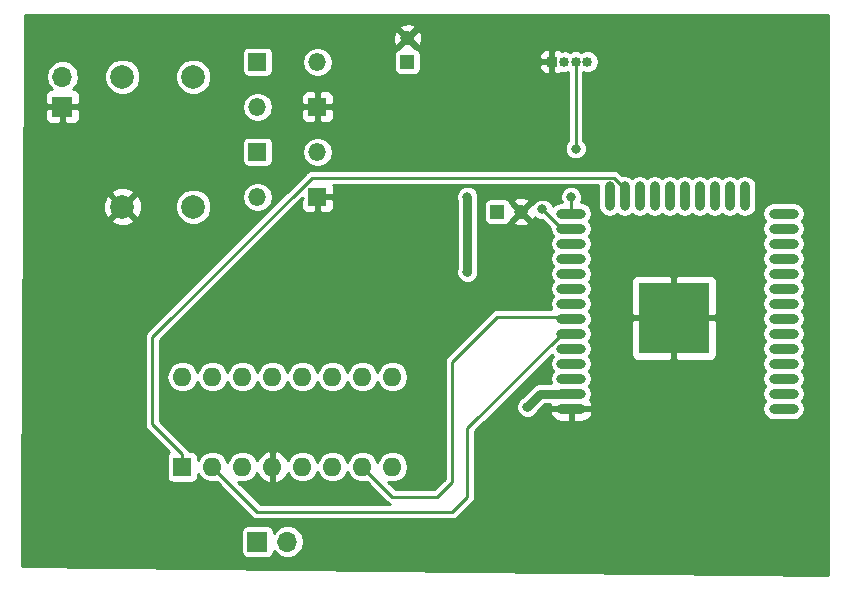
<source format=gbr>
G04 #@! TF.GenerationSoftware,KiCad,Pcbnew,(5.0.0)*
G04 #@! TF.CreationDate,2022-12-05T21:19:22-03:00*
G04 #@! TF.ProjectId,Projeto final,50726F6A65746F2066696E616C2E6B69,rev?*
G04 #@! TF.SameCoordinates,Original*
G04 #@! TF.FileFunction,Copper,L2,Bot,Signal*
G04 #@! TF.FilePolarity,Positive*
%FSLAX46Y46*%
G04 Gerber Fmt 4.6, Leading zero omitted, Abs format (unit mm)*
G04 Created by KiCad (PCBNEW (5.0.0)) date 12/05/22 21:19:22*
%MOMM*%
%LPD*%
G01*
G04 APERTURE LIST*
G04 #@! TA.AperFunction,ComponentPad*
%ADD10R,1.200000X1.200000*%
G04 #@! TD*
G04 #@! TA.AperFunction,ComponentPad*
%ADD11C,1.200000*%
G04 #@! TD*
G04 #@! TA.AperFunction,ComponentPad*
%ADD12R,1.500000X1.500000*%
G04 #@! TD*
G04 #@! TA.AperFunction,ComponentPad*
%ADD13O,1.500000X1.500000*%
G04 #@! TD*
G04 #@! TA.AperFunction,ComponentPad*
%ADD14R,1.700000X1.700000*%
G04 #@! TD*
G04 #@! TA.AperFunction,ComponentPad*
%ADD15O,1.700000X1.700000*%
G04 #@! TD*
G04 #@! TA.AperFunction,ComponentPad*
%ADD16R,0.850000X0.850000*%
G04 #@! TD*
G04 #@! TA.AperFunction,ComponentPad*
%ADD17O,0.850000X0.850000*%
G04 #@! TD*
G04 #@! TA.AperFunction,ComponentPad*
%ADD18C,2.000000*%
G04 #@! TD*
G04 #@! TA.AperFunction,SMDPad,CuDef*
%ADD19R,6.000000X6.000000*%
G04 #@! TD*
G04 #@! TA.AperFunction,SMDPad,CuDef*
%ADD20O,2.500000X0.900000*%
G04 #@! TD*
G04 #@! TA.AperFunction,SMDPad,CuDef*
%ADD21O,0.900000X2.500000*%
G04 #@! TD*
G04 #@! TA.AperFunction,ComponentPad*
%ADD22R,1.600000X1.600000*%
G04 #@! TD*
G04 #@! TA.AperFunction,ComponentPad*
%ADD23O,1.600000X1.600000*%
G04 #@! TD*
G04 #@! TA.AperFunction,ViaPad*
%ADD24C,0.800000*%
G04 #@! TD*
G04 #@! TA.AperFunction,Conductor*
%ADD25C,0.250000*%
G04 #@! TD*
G04 #@! TA.AperFunction,Conductor*
%ADD26C,0.750000*%
G04 #@! TD*
G04 #@! TA.AperFunction,Conductor*
%ADD27C,0.254000*%
G04 #@! TD*
G04 APERTURE END LIST*
D10*
G04 #@! TO.P,C1,1*
G04 #@! TO.N,C1*
X138480000Y-81430000D03*
D11*
G04 #@! TO.P,C1,2*
G04 #@! TO.N,GND*
X138480000Y-79430000D03*
G04 #@! TD*
G04 #@! TO.P,C2,2*
G04 #@! TO.N,GND*
X148100000Y-94130000D03*
D10*
G04 #@! TO.P,C2,1*
G04 #@! TO.N,12V*
X146100000Y-94130000D03*
G04 #@! TD*
D12*
G04 #@! TO.P,D1,1*
G04 #@! TO.N,GND*
X130860000Y-92860000D03*
D13*
G04 #@! TO.P,D1,2*
G04 #@! TO.N,D1D2*
X125780000Y-92860000D03*
G04 #@! TD*
D12*
G04 #@! TO.P,D2,1*
G04 #@! TO.N,D1D2*
X125780000Y-89050000D03*
D13*
G04 #@! TO.P,D2,2*
G04 #@! TO.N,C1*
X130860000Y-89050000D03*
G04 #@! TD*
G04 #@! TO.P,D3,2*
G04 #@! TO.N,D3D4*
X125780000Y-85240000D03*
D12*
G04 #@! TO.P,D3,1*
G04 #@! TO.N,GND*
X130860000Y-85240000D03*
G04 #@! TD*
D13*
G04 #@! TO.P,D4,2*
G04 #@! TO.N,C1*
X130860000Y-81430000D03*
D12*
G04 #@! TO.P,D4,1*
G04 #@! TO.N,D3D4*
X125780000Y-81430000D03*
G04 #@! TD*
D14*
G04 #@! TO.P,J1,1*
G04 #@! TO.N,GND*
X109270000Y-85240000D03*
D15*
G04 #@! TO.P,J1,2*
G04 #@! TO.N,VCC-AC*
X109270000Y-82700000D03*
G04 #@! TD*
G04 #@! TO.P,J2,2*
G04 #@! TO.N,OUT-HORARIO*
X128320000Y-122070000D03*
D14*
G04 #@! TO.P,J2,1*
G04 #@! TO.N,OUT-ANTIH*
X125780000Y-122070000D03*
G04 #@! TD*
D16*
G04 #@! TO.P,J4,1*
G04 #@! TO.N,GND*
X150720000Y-81430000D03*
D17*
G04 #@! TO.P,J4,2*
G04 #@! TO.N,3.3V*
X151720000Y-81430000D03*
G04 #@! TO.P,J4,3*
G04 #@! TO.N,SDA*
X152720000Y-81430000D03*
G04 #@! TO.P,J4,4*
G04 #@! TO.N,SCL*
X153720000Y-81430000D03*
G04 #@! TD*
D18*
G04 #@! TO.P,T1,1*
G04 #@! TO.N,VCC-AC*
X114350000Y-82700000D03*
G04 #@! TO.P,T1,2*
G04 #@! TO.N,GND*
X114350000Y-93700000D03*
G04 #@! TO.P,T1,3*
G04 #@! TO.N,D3D4*
X120350000Y-82700000D03*
G04 #@! TO.P,T1,4*
G04 #@! TO.N,D1D2*
X120350000Y-93700000D03*
G04 #@! TD*
D19*
G04 #@! TO.P,U3,39*
G04 #@! TO.N,GND*
X161040000Y-103110000D03*
D20*
G04 #@! TO.P,U3,1*
X152340000Y-110810000D03*
G04 #@! TO.P,U3,2*
G04 #@! TO.N,3.3V*
X152340000Y-109540000D03*
G04 #@! TO.P,U3,3*
G04 #@! TO.N,Net-(U3-Pad3)*
X152340000Y-108270000D03*
G04 #@! TO.P,U3,4*
G04 #@! TO.N,Net-(U3-Pad4)*
X152340000Y-107000000D03*
G04 #@! TO.P,U3,5*
G04 #@! TO.N,Net-(U3-Pad5)*
X152340000Y-105730000D03*
G04 #@! TO.P,U3,6*
G04 #@! TO.N,HORARIO*
X152340000Y-104460000D03*
G04 #@! TO.P,U3,7*
G04 #@! TO.N,ANTIH*
X152340000Y-103190000D03*
G04 #@! TO.P,U3,8*
G04 #@! TO.N,Net-(U3-Pad8)*
X152340000Y-101920000D03*
G04 #@! TO.P,U3,9*
G04 #@! TO.N,Net-(U3-Pad9)*
X152340000Y-100650000D03*
G04 #@! TO.P,U3,10*
G04 #@! TO.N,Net-(U3-Pad10)*
X152340000Y-99380000D03*
G04 #@! TO.P,U3,11*
G04 #@! TO.N,Net-(U3-Pad11)*
X152340000Y-98110000D03*
G04 #@! TO.P,U3,12*
G04 #@! TO.N,Net-(U3-Pad12)*
X152340000Y-96840000D03*
G04 #@! TO.P,U3,13*
G04 #@! TO.N,SCL*
X152340000Y-95570000D03*
G04 #@! TO.P,U3,14*
G04 #@! TO.N,SDA*
X152340000Y-94300000D03*
D21*
G04 #@! TO.P,U3,15*
G04 #@! TO.N,Net-(U3-Pad15)*
X155625000Y-92810000D03*
G04 #@! TO.P,U3,16*
G04 #@! TO.N,ENABLE*
X156895000Y-92810000D03*
G04 #@! TO.P,U3,17*
G04 #@! TO.N,Net-(U3-Pad17)*
X158165000Y-92810000D03*
G04 #@! TO.P,U3,18*
G04 #@! TO.N,Net-(U3-Pad18)*
X159435000Y-92810000D03*
G04 #@! TO.P,U3,19*
G04 #@! TO.N,Net-(U3-Pad19)*
X160705000Y-92810000D03*
G04 #@! TO.P,U3,20*
G04 #@! TO.N,Net-(U3-Pad20)*
X161975000Y-92810000D03*
G04 #@! TO.P,U3,21*
G04 #@! TO.N,Net-(U3-Pad21)*
X163245000Y-92810000D03*
G04 #@! TO.P,U3,22*
G04 #@! TO.N,Net-(U3-Pad22)*
X164515000Y-92810000D03*
G04 #@! TO.P,U3,23*
G04 #@! TO.N,Net-(U3-Pad23)*
X165785000Y-92810000D03*
G04 #@! TO.P,U3,24*
G04 #@! TO.N,Net-(U3-Pad24)*
X167055000Y-92810000D03*
D20*
G04 #@! TO.P,U3,25*
G04 #@! TO.N,Net-(U3-Pad25)*
X170340000Y-94300000D03*
G04 #@! TO.P,U3,26*
G04 #@! TO.N,Net-(U3-Pad26)*
X170340000Y-95570000D03*
G04 #@! TO.P,U3,27*
G04 #@! TO.N,Net-(U3-Pad27)*
X170340000Y-96840000D03*
G04 #@! TO.P,U3,28*
G04 #@! TO.N,Net-(U3-Pad28)*
X170340000Y-98110000D03*
G04 #@! TO.P,U3,29*
G04 #@! TO.N,Net-(U3-Pad29)*
X170340000Y-99380000D03*
G04 #@! TO.P,U3,30*
G04 #@! TO.N,Net-(U3-Pad30)*
X170340000Y-100650000D03*
G04 #@! TO.P,U3,31*
G04 #@! TO.N,Net-(U3-Pad31)*
X170340000Y-101920000D03*
G04 #@! TO.P,U3,32*
G04 #@! TO.N,Net-(U3-Pad32)*
X170340000Y-103190000D03*
G04 #@! TO.P,U3,33*
G04 #@! TO.N,Net-(U3-Pad33)*
X170340000Y-104460000D03*
G04 #@! TO.P,U3,34*
G04 #@! TO.N,Net-(U3-Pad34)*
X170340000Y-105730000D03*
G04 #@! TO.P,U3,35*
G04 #@! TO.N,Net-(U3-Pad35)*
X170340000Y-107000000D03*
G04 #@! TO.P,U3,36*
G04 #@! TO.N,Net-(U3-Pad36)*
X170340000Y-108270000D03*
G04 #@! TO.P,U3,37*
G04 #@! TO.N,Net-(U3-Pad37)*
X170340000Y-109540000D03*
G04 #@! TO.P,U3,38*
G04 #@! TO.N,Net-(U3-Pad38)*
X170340000Y-110810000D03*
G04 #@! TD*
D22*
G04 #@! TO.P,U5,1*
G04 #@! TO.N,ENABLE*
X119430000Y-115720000D03*
D23*
G04 #@! TO.P,U5,9*
G04 #@! TO.N,Net-(U5-Pad9)*
X137210000Y-108100000D03*
G04 #@! TO.P,U5,2*
G04 #@! TO.N,HORARIO*
X121970000Y-115720000D03*
G04 #@! TO.P,U5,10*
G04 #@! TO.N,Net-(U5-Pad10)*
X134670000Y-108100000D03*
G04 #@! TO.P,U5,3*
G04 #@! TO.N,OUT-ANTIH*
X124510000Y-115720000D03*
G04 #@! TO.P,U5,11*
G04 #@! TO.N,Net-(U5-Pad11)*
X132130000Y-108100000D03*
G04 #@! TO.P,U5,4*
G04 #@! TO.N,GND*
X127050000Y-115720000D03*
G04 #@! TO.P,U5,12*
G04 #@! TO.N,Net-(U5-Pad12)*
X129590000Y-108100000D03*
G04 #@! TO.P,U5,5*
G04 #@! TO.N,Net-(U5-Pad5)*
X129590000Y-115720000D03*
G04 #@! TO.P,U5,13*
G04 #@! TO.N,Net-(U5-Pad13)*
X127050000Y-108100000D03*
G04 #@! TO.P,U5,6*
G04 #@! TO.N,OUT-HORARIO*
X132130000Y-115720000D03*
G04 #@! TO.P,U5,14*
G04 #@! TO.N,Net-(U5-Pad14)*
X124510000Y-108100000D03*
G04 #@! TO.P,U5,7*
G04 #@! TO.N,ANTIH*
X134670000Y-115720000D03*
G04 #@! TO.P,U5,15*
G04 #@! TO.N,Net-(U5-Pad15)*
X121970000Y-108100000D03*
G04 #@! TO.P,U5,8*
G04 #@! TO.N,12V*
X137210000Y-115720000D03*
G04 #@! TO.P,U5,16*
G04 #@! TO.N,5V*
X119430000Y-108100000D03*
G04 #@! TD*
D24*
G04 #@! TO.N,3.3V*
X148640000Y-110640000D03*
X143560000Y-99210000D03*
X143560000Y-92860000D03*
G04 #@! TO.N,SDA*
X152340000Y-92860000D03*
X152720000Y-88780000D03*
G04 #@! TO.N,SCL*
X149910000Y-93940000D03*
G04 #@! TD*
D25*
G04 #@! TO.N,3.3V*
X152340000Y-109540000D02*
X151540000Y-109540000D01*
D26*
X149740000Y-109540000D02*
X148640000Y-110640000D01*
X152340000Y-109540000D02*
X149740000Y-109540000D01*
X143560000Y-92860000D02*
X143560000Y-99210000D01*
D25*
G04 #@! TO.N,ENABLE*
X130400008Y-91234990D02*
X116890000Y-104744998D01*
X155946019Y-91234990D02*
X130400008Y-91234990D01*
X156895000Y-92810000D02*
X156895000Y-92183971D01*
X156895000Y-92183971D02*
X155946019Y-91234990D01*
X119430000Y-114670000D02*
X119430000Y-115720000D01*
X116890000Y-112130000D02*
X119430000Y-114670000D01*
X116890000Y-104744998D02*
X116890000Y-112130000D01*
G04 #@! TO.N,HORARIO*
X142290000Y-119530000D02*
X125780000Y-119530000D01*
X143560000Y-118260000D02*
X142290000Y-119530000D01*
X125780000Y-119530000D02*
X121970000Y-115720000D01*
X143560000Y-112440000D02*
X143560000Y-118260000D01*
X152340000Y-104460000D02*
X151540000Y-104460000D01*
X151540000Y-104460000D02*
X143560000Y-112440000D01*
G04 #@! TO.N,ANTIH*
X151540000Y-103190000D02*
X151370000Y-103020000D01*
X152340000Y-103190000D02*
X151540000Y-103190000D01*
X151370000Y-103020000D02*
X146100000Y-103020000D01*
X146100000Y-103020000D02*
X142290000Y-106830000D01*
X142290000Y-106830000D02*
X142290000Y-116990000D01*
X142290000Y-116990000D02*
X141020000Y-118260000D01*
X137210000Y-118260000D02*
X134670000Y-115720000D01*
X141020000Y-118260000D02*
X137210000Y-118260000D01*
G04 #@! TO.N,SDA*
X152340000Y-94300000D02*
X152340000Y-92860000D01*
X152720000Y-81430000D02*
X152720000Y-88780000D01*
X152720000Y-88780000D02*
X152720000Y-88780000D01*
G04 #@! TO.N,SCL*
X151540000Y-95570000D02*
X149910000Y-93940000D01*
X152340000Y-95570000D02*
X151540000Y-95570000D01*
X149910000Y-93940000D02*
X149910000Y-93940000D01*
G04 #@! TD*
D27*
G04 #@! TO.N,GND*
G36*
X174123000Y-124921510D02*
X105827805Y-124124483D01*
X105846383Y-121220000D01*
X124392676Y-121220000D01*
X124392676Y-122920000D01*
X124433577Y-123125625D01*
X124550055Y-123299945D01*
X124724375Y-123416423D01*
X124930000Y-123457324D01*
X126630000Y-123457324D01*
X126835625Y-123416423D01*
X127009945Y-123299945D01*
X127126423Y-123125625D01*
X127167324Y-122920000D01*
X127167324Y-122823434D01*
X127327238Y-123062762D01*
X127782721Y-123367106D01*
X128184377Y-123447000D01*
X128455623Y-123447000D01*
X128857279Y-123367106D01*
X129312762Y-123062762D01*
X129617106Y-122607279D01*
X129723977Y-122070000D01*
X129617106Y-121532721D01*
X129312762Y-121077238D01*
X128857279Y-120772894D01*
X128455623Y-120693000D01*
X128184377Y-120693000D01*
X127782721Y-120772894D01*
X127327238Y-121077238D01*
X127167324Y-121316566D01*
X127167324Y-121220000D01*
X127126423Y-121014375D01*
X127009945Y-120840055D01*
X126835625Y-120723577D01*
X126630000Y-120682676D01*
X124930000Y-120682676D01*
X124724375Y-120723577D01*
X124550055Y-120840055D01*
X124433577Y-121014375D01*
X124392676Y-121220000D01*
X105846383Y-121220000D01*
X105951766Y-104744998D01*
X116225228Y-104744998D01*
X116238000Y-104809208D01*
X116238001Y-112065785D01*
X116225228Y-112130000D01*
X116275830Y-112384397D01*
X116275831Y-112384398D01*
X116419936Y-112600065D01*
X116474373Y-112636439D01*
X118326745Y-114488812D01*
X118250055Y-114540055D01*
X118133577Y-114714375D01*
X118092676Y-114920000D01*
X118092676Y-116520000D01*
X118133577Y-116725625D01*
X118250055Y-116899945D01*
X118424375Y-117016423D01*
X118630000Y-117057324D01*
X120230000Y-117057324D01*
X120435625Y-117016423D01*
X120609945Y-116899945D01*
X120726423Y-116725625D01*
X120767324Y-116520000D01*
X120767324Y-116308604D01*
X121013287Y-116676713D01*
X121452230Y-116970006D01*
X121839304Y-117047000D01*
X122100696Y-117047000D01*
X122329435Y-117001501D01*
X125273563Y-119945631D01*
X125309935Y-120000065D01*
X125364369Y-120036437D01*
X125364372Y-120036440D01*
X125465620Y-120104091D01*
X125525602Y-120144170D01*
X125715786Y-120182000D01*
X125715790Y-120182000D01*
X125780000Y-120194772D01*
X125844210Y-120182000D01*
X142225790Y-120182000D01*
X142290000Y-120194772D01*
X142354210Y-120182000D01*
X142354214Y-120182000D01*
X142544398Y-120144170D01*
X142760065Y-120000065D01*
X142796440Y-119945626D01*
X143975628Y-118766439D01*
X144030065Y-118730065D01*
X144174170Y-118514398D01*
X144212000Y-118324214D01*
X144212000Y-118324211D01*
X144224772Y-118260001D01*
X144212000Y-118195791D01*
X144212000Y-112710066D01*
X150696261Y-106225806D01*
X150789267Y-106365000D01*
X150619687Y-106618794D01*
X150543860Y-107000000D01*
X150619687Y-107381206D01*
X150789267Y-107635000D01*
X150619687Y-107888794D01*
X150543860Y-108270000D01*
X150617060Y-108638000D01*
X149828838Y-108638000D01*
X149740000Y-108620329D01*
X149651162Y-108638000D01*
X149388057Y-108690335D01*
X149089694Y-108889694D01*
X149039371Y-108965008D01*
X148175253Y-109829127D01*
X148114897Y-109854127D01*
X147854127Y-110114897D01*
X147713000Y-110455608D01*
X147713000Y-110824392D01*
X147854127Y-111165103D01*
X148114897Y-111425873D01*
X148455608Y-111567000D01*
X148824392Y-111567000D01*
X149165103Y-111425873D01*
X149425873Y-111165103D01*
X149450873Y-111104747D01*
X149451619Y-111104001D01*
X150495592Y-111104001D01*
X150682987Y-111487408D01*
X151007456Y-111763808D01*
X151413000Y-111895000D01*
X152213000Y-111895000D01*
X152213000Y-110937000D01*
X152467000Y-110937000D01*
X152467000Y-111895000D01*
X153267000Y-111895000D01*
X153672544Y-111763808D01*
X153997013Y-111487408D01*
X154184408Y-111104001D01*
X154057502Y-110937000D01*
X152467000Y-110937000D01*
X152213000Y-110937000D01*
X150622498Y-110937000D01*
X150495592Y-111104001D01*
X149451619Y-111104001D01*
X150113621Y-110442000D01*
X150531760Y-110442000D01*
X150495592Y-110515999D01*
X150622498Y-110683000D01*
X152213000Y-110683000D01*
X152213000Y-110663000D01*
X152467000Y-110663000D01*
X152467000Y-110683000D01*
X154057502Y-110683000D01*
X154184408Y-110515999D01*
X153997013Y-110132592D01*
X153947342Y-110090279D01*
X154060313Y-109921206D01*
X154136140Y-109540000D01*
X154060313Y-109158794D01*
X153890733Y-108905000D01*
X154060313Y-108651206D01*
X154136140Y-108270000D01*
X154060313Y-107888794D01*
X153890733Y-107635000D01*
X154060313Y-107381206D01*
X154136140Y-107000000D01*
X154060313Y-106618794D01*
X153890733Y-106365000D01*
X154060313Y-106111206D01*
X154136140Y-105730000D01*
X154060313Y-105348794D01*
X153890733Y-105095000D01*
X154060313Y-104841206D01*
X154136140Y-104460000D01*
X154060313Y-104078794D01*
X153890733Y-103825000D01*
X154060313Y-103571206D01*
X154095213Y-103395750D01*
X157405000Y-103395750D01*
X157405000Y-106236310D01*
X157501673Y-106469699D01*
X157680302Y-106648327D01*
X157913691Y-106745000D01*
X160754250Y-106745000D01*
X160913000Y-106586250D01*
X160913000Y-103237000D01*
X161167000Y-103237000D01*
X161167000Y-106586250D01*
X161325750Y-106745000D01*
X164166309Y-106745000D01*
X164399698Y-106648327D01*
X164578327Y-106469699D01*
X164675000Y-106236310D01*
X164675000Y-103395750D01*
X164516250Y-103237000D01*
X161167000Y-103237000D01*
X160913000Y-103237000D01*
X157563750Y-103237000D01*
X157405000Y-103395750D01*
X154095213Y-103395750D01*
X154136140Y-103190000D01*
X154060313Y-102808794D01*
X153890733Y-102555000D01*
X154060313Y-102301206D01*
X154136140Y-101920000D01*
X154060313Y-101538794D01*
X153890733Y-101285000D01*
X154060313Y-101031206D01*
X154136140Y-100650000D01*
X154060313Y-100268794D01*
X153890733Y-100015000D01*
X153911653Y-99983690D01*
X157405000Y-99983690D01*
X157405000Y-102824250D01*
X157563750Y-102983000D01*
X160913000Y-102983000D01*
X160913000Y-99633750D01*
X161167000Y-99633750D01*
X161167000Y-102983000D01*
X164516250Y-102983000D01*
X164675000Y-102824250D01*
X164675000Y-99983690D01*
X164578327Y-99750301D01*
X164399698Y-99571673D01*
X164166309Y-99475000D01*
X161325750Y-99475000D01*
X161167000Y-99633750D01*
X160913000Y-99633750D01*
X160754250Y-99475000D01*
X157913691Y-99475000D01*
X157680302Y-99571673D01*
X157501673Y-99750301D01*
X157405000Y-99983690D01*
X153911653Y-99983690D01*
X154060313Y-99761206D01*
X154136140Y-99380000D01*
X154060313Y-98998794D01*
X153890733Y-98745000D01*
X154060313Y-98491206D01*
X154136140Y-98110000D01*
X154060313Y-97728794D01*
X153890733Y-97475000D01*
X154060313Y-97221206D01*
X154136140Y-96840000D01*
X154060313Y-96458794D01*
X153890733Y-96205000D01*
X154060313Y-95951206D01*
X154136140Y-95570000D01*
X154060313Y-95188794D01*
X153890733Y-94935000D01*
X154060313Y-94681206D01*
X154136140Y-94300000D01*
X154060313Y-93918794D01*
X153844377Y-93595623D01*
X153521206Y-93379687D01*
X153236223Y-93323000D01*
X153151597Y-93323000D01*
X153267000Y-93044392D01*
X153267000Y-92675608D01*
X153125873Y-92334897D01*
X152865103Y-92074127D01*
X152524392Y-91933000D01*
X152155608Y-91933000D01*
X151814897Y-92074127D01*
X151554127Y-92334897D01*
X151413000Y-92675608D01*
X151413000Y-93044392D01*
X151528403Y-93323000D01*
X151443777Y-93323000D01*
X151158794Y-93379687D01*
X150835623Y-93595623D01*
X150795565Y-93655574D01*
X150695873Y-93414897D01*
X150435103Y-93154127D01*
X150094392Y-93013000D01*
X149725608Y-93013000D01*
X149384897Y-93154127D01*
X149124127Y-93414897D01*
X149098529Y-93476696D01*
X148962735Y-93446870D01*
X148279605Y-94130000D01*
X148962735Y-94813130D01*
X149188164Y-94763617D01*
X149248124Y-94589100D01*
X149384897Y-94725873D01*
X149725608Y-94867000D01*
X149914934Y-94867000D01*
X150556150Y-95508216D01*
X150543860Y-95570000D01*
X150619687Y-95951206D01*
X150789267Y-96205000D01*
X150619687Y-96458794D01*
X150543860Y-96840000D01*
X150619687Y-97221206D01*
X150789267Y-97475000D01*
X150619687Y-97728794D01*
X150543860Y-98110000D01*
X150619687Y-98491206D01*
X150789267Y-98745000D01*
X150619687Y-98998794D01*
X150543860Y-99380000D01*
X150619687Y-99761206D01*
X150789267Y-100015000D01*
X150619687Y-100268794D01*
X150543860Y-100650000D01*
X150619687Y-101031206D01*
X150789267Y-101285000D01*
X150619687Y-101538794D01*
X150543860Y-101920000D01*
X150619687Y-102301206D01*
X150664317Y-102368000D01*
X146164210Y-102368000D01*
X146100000Y-102355228D01*
X146035790Y-102368000D01*
X146035786Y-102368000D01*
X145845602Y-102405830D01*
X145785620Y-102445909D01*
X145684372Y-102513560D01*
X145684369Y-102513563D01*
X145629935Y-102549935D01*
X145593563Y-102604369D01*
X141874374Y-106323559D01*
X141819935Y-106359935D01*
X141675830Y-106575603D01*
X141638000Y-106765787D01*
X141638000Y-106765790D01*
X141625228Y-106830000D01*
X141638000Y-106894210D01*
X141638001Y-116719932D01*
X140749934Y-117608000D01*
X137480067Y-117608000D01*
X136879279Y-117007212D01*
X137079304Y-117047000D01*
X137340696Y-117047000D01*
X137727770Y-116970006D01*
X138166713Y-116676713D01*
X138460006Y-116237770D01*
X138562997Y-115720000D01*
X138460006Y-115202230D01*
X138166713Y-114763287D01*
X137727770Y-114469994D01*
X137340696Y-114393000D01*
X137079304Y-114393000D01*
X136692230Y-114469994D01*
X136253287Y-114763287D01*
X135959994Y-115202230D01*
X135940000Y-115302746D01*
X135920006Y-115202230D01*
X135626713Y-114763287D01*
X135187770Y-114469994D01*
X134800696Y-114393000D01*
X134539304Y-114393000D01*
X134152230Y-114469994D01*
X133713287Y-114763287D01*
X133419994Y-115202230D01*
X133400000Y-115302746D01*
X133380006Y-115202230D01*
X133086713Y-114763287D01*
X132647770Y-114469994D01*
X132260696Y-114393000D01*
X131999304Y-114393000D01*
X131612230Y-114469994D01*
X131173287Y-114763287D01*
X130879994Y-115202230D01*
X130860000Y-115302746D01*
X130840006Y-115202230D01*
X130546713Y-114763287D01*
X130107770Y-114469994D01*
X129720696Y-114393000D01*
X129459304Y-114393000D01*
X129072230Y-114469994D01*
X128633287Y-114763287D01*
X128352909Y-115182901D01*
X128202389Y-114864866D01*
X127787423Y-114488959D01*
X127399039Y-114328096D01*
X127177000Y-114450085D01*
X127177000Y-115593000D01*
X127197000Y-115593000D01*
X127197000Y-115847000D01*
X127177000Y-115847000D01*
X127177000Y-116989915D01*
X127399039Y-117111904D01*
X127787423Y-116951041D01*
X128202389Y-116575134D01*
X128352909Y-116257099D01*
X128633287Y-116676713D01*
X129072230Y-116970006D01*
X129459304Y-117047000D01*
X129720696Y-117047000D01*
X130107770Y-116970006D01*
X130546713Y-116676713D01*
X130840006Y-116237770D01*
X130860000Y-116137254D01*
X130879994Y-116237770D01*
X131173287Y-116676713D01*
X131612230Y-116970006D01*
X131999304Y-117047000D01*
X132260696Y-117047000D01*
X132647770Y-116970006D01*
X133086713Y-116676713D01*
X133380006Y-116237770D01*
X133400000Y-116137254D01*
X133419994Y-116237770D01*
X133713287Y-116676713D01*
X134152230Y-116970006D01*
X134539304Y-117047000D01*
X134800696Y-117047000D01*
X135029435Y-117001501D01*
X136703561Y-118675628D01*
X136739935Y-118730065D01*
X136955602Y-118874170D01*
X136974857Y-118878000D01*
X126050068Y-118878000D01*
X124179279Y-117007213D01*
X124379304Y-117047000D01*
X124640696Y-117047000D01*
X125027770Y-116970006D01*
X125466713Y-116676713D01*
X125747091Y-116257099D01*
X125897611Y-116575134D01*
X126312577Y-116951041D01*
X126700961Y-117111904D01*
X126923000Y-116989915D01*
X126923000Y-115847000D01*
X126903000Y-115847000D01*
X126903000Y-115593000D01*
X126923000Y-115593000D01*
X126923000Y-114450085D01*
X126700961Y-114328096D01*
X126312577Y-114488959D01*
X125897611Y-114864866D01*
X125747091Y-115182901D01*
X125466713Y-114763287D01*
X125027770Y-114469994D01*
X124640696Y-114393000D01*
X124379304Y-114393000D01*
X123992230Y-114469994D01*
X123553287Y-114763287D01*
X123259994Y-115202230D01*
X123240000Y-115302746D01*
X123220006Y-115202230D01*
X122926713Y-114763287D01*
X122487770Y-114469994D01*
X122100696Y-114393000D01*
X121839304Y-114393000D01*
X121452230Y-114469994D01*
X121013287Y-114763287D01*
X120767324Y-115131396D01*
X120767324Y-114920000D01*
X120726423Y-114714375D01*
X120609945Y-114540055D01*
X120435625Y-114423577D01*
X120230000Y-114382676D01*
X120022169Y-114382676D01*
X119900065Y-114199935D01*
X119845629Y-114163562D01*
X117542000Y-111859934D01*
X117542000Y-108100000D01*
X118077003Y-108100000D01*
X118179994Y-108617770D01*
X118473287Y-109056713D01*
X118912230Y-109350006D01*
X119299304Y-109427000D01*
X119560696Y-109427000D01*
X119947770Y-109350006D01*
X120386713Y-109056713D01*
X120680006Y-108617770D01*
X120700000Y-108517254D01*
X120719994Y-108617770D01*
X121013287Y-109056713D01*
X121452230Y-109350006D01*
X121839304Y-109427000D01*
X122100696Y-109427000D01*
X122487770Y-109350006D01*
X122926713Y-109056713D01*
X123220006Y-108617770D01*
X123240000Y-108517254D01*
X123259994Y-108617770D01*
X123553287Y-109056713D01*
X123992230Y-109350006D01*
X124379304Y-109427000D01*
X124640696Y-109427000D01*
X125027770Y-109350006D01*
X125466713Y-109056713D01*
X125760006Y-108617770D01*
X125780000Y-108517254D01*
X125799994Y-108617770D01*
X126093287Y-109056713D01*
X126532230Y-109350006D01*
X126919304Y-109427000D01*
X127180696Y-109427000D01*
X127567770Y-109350006D01*
X128006713Y-109056713D01*
X128300006Y-108617770D01*
X128320000Y-108517254D01*
X128339994Y-108617770D01*
X128633287Y-109056713D01*
X129072230Y-109350006D01*
X129459304Y-109427000D01*
X129720696Y-109427000D01*
X130107770Y-109350006D01*
X130546713Y-109056713D01*
X130840006Y-108617770D01*
X130860000Y-108517254D01*
X130879994Y-108617770D01*
X131173287Y-109056713D01*
X131612230Y-109350006D01*
X131999304Y-109427000D01*
X132260696Y-109427000D01*
X132647770Y-109350006D01*
X133086713Y-109056713D01*
X133380006Y-108617770D01*
X133400000Y-108517254D01*
X133419994Y-108617770D01*
X133713287Y-109056713D01*
X134152230Y-109350006D01*
X134539304Y-109427000D01*
X134800696Y-109427000D01*
X135187770Y-109350006D01*
X135626713Y-109056713D01*
X135920006Y-108617770D01*
X135940000Y-108517254D01*
X135959994Y-108617770D01*
X136253287Y-109056713D01*
X136692230Y-109350006D01*
X137079304Y-109427000D01*
X137340696Y-109427000D01*
X137727770Y-109350006D01*
X138166713Y-109056713D01*
X138460006Y-108617770D01*
X138562997Y-108100000D01*
X138460006Y-107582230D01*
X138166713Y-107143287D01*
X137727770Y-106849994D01*
X137340696Y-106773000D01*
X137079304Y-106773000D01*
X136692230Y-106849994D01*
X136253287Y-107143287D01*
X135959994Y-107582230D01*
X135940000Y-107682746D01*
X135920006Y-107582230D01*
X135626713Y-107143287D01*
X135187770Y-106849994D01*
X134800696Y-106773000D01*
X134539304Y-106773000D01*
X134152230Y-106849994D01*
X133713287Y-107143287D01*
X133419994Y-107582230D01*
X133400000Y-107682746D01*
X133380006Y-107582230D01*
X133086713Y-107143287D01*
X132647770Y-106849994D01*
X132260696Y-106773000D01*
X131999304Y-106773000D01*
X131612230Y-106849994D01*
X131173287Y-107143287D01*
X130879994Y-107582230D01*
X130860000Y-107682746D01*
X130840006Y-107582230D01*
X130546713Y-107143287D01*
X130107770Y-106849994D01*
X129720696Y-106773000D01*
X129459304Y-106773000D01*
X129072230Y-106849994D01*
X128633287Y-107143287D01*
X128339994Y-107582230D01*
X128320000Y-107682746D01*
X128300006Y-107582230D01*
X128006713Y-107143287D01*
X127567770Y-106849994D01*
X127180696Y-106773000D01*
X126919304Y-106773000D01*
X126532230Y-106849994D01*
X126093287Y-107143287D01*
X125799994Y-107582230D01*
X125780000Y-107682746D01*
X125760006Y-107582230D01*
X125466713Y-107143287D01*
X125027770Y-106849994D01*
X124640696Y-106773000D01*
X124379304Y-106773000D01*
X123992230Y-106849994D01*
X123553287Y-107143287D01*
X123259994Y-107582230D01*
X123240000Y-107682746D01*
X123220006Y-107582230D01*
X122926713Y-107143287D01*
X122487770Y-106849994D01*
X122100696Y-106773000D01*
X121839304Y-106773000D01*
X121452230Y-106849994D01*
X121013287Y-107143287D01*
X120719994Y-107582230D01*
X120700000Y-107682746D01*
X120680006Y-107582230D01*
X120386713Y-107143287D01*
X119947770Y-106849994D01*
X119560696Y-106773000D01*
X119299304Y-106773000D01*
X118912230Y-106849994D01*
X118473287Y-107143287D01*
X118179994Y-107582230D01*
X118077003Y-108100000D01*
X117542000Y-108100000D01*
X117542000Y-105015064D01*
X129570064Y-92987002D01*
X129633748Y-92987002D01*
X129475000Y-93145750D01*
X129475000Y-93736310D01*
X129571673Y-93969699D01*
X129750302Y-94148327D01*
X129983691Y-94245000D01*
X130574250Y-94245000D01*
X130733000Y-94086250D01*
X130733000Y-92987000D01*
X130987000Y-92987000D01*
X130987000Y-94086250D01*
X131145750Y-94245000D01*
X131736309Y-94245000D01*
X131969698Y-94148327D01*
X132148327Y-93969699D01*
X132245000Y-93736310D01*
X132245000Y-93145750D01*
X132086250Y-92987000D01*
X130987000Y-92987000D01*
X130733000Y-92987000D01*
X130713000Y-92987000D01*
X130713000Y-92733000D01*
X130733000Y-92733000D01*
X130733000Y-92713000D01*
X130987000Y-92713000D01*
X130987000Y-92733000D01*
X132086250Y-92733000D01*
X132143642Y-92675608D01*
X142633000Y-92675608D01*
X142633000Y-93044392D01*
X142658000Y-93104748D01*
X142658001Y-98965250D01*
X142633000Y-99025608D01*
X142633000Y-99394392D01*
X142774127Y-99735103D01*
X143034897Y-99995873D01*
X143375608Y-100137000D01*
X143744392Y-100137000D01*
X144085103Y-99995873D01*
X144345873Y-99735103D01*
X144487000Y-99394392D01*
X144487000Y-99025608D01*
X144462000Y-98965253D01*
X144462000Y-93530000D01*
X144962676Y-93530000D01*
X144962676Y-94730000D01*
X145003577Y-94935625D01*
X145120055Y-95109945D01*
X145294375Y-95226423D01*
X145500000Y-95267324D01*
X146700000Y-95267324D01*
X146905625Y-95226423D01*
X147079945Y-95109945D01*
X147158262Y-94992735D01*
X147416870Y-94992735D01*
X147466383Y-95218164D01*
X147931036Y-95377807D01*
X148421413Y-95347482D01*
X148733617Y-95218164D01*
X148783130Y-94992735D01*
X148100000Y-94309605D01*
X147416870Y-94992735D01*
X147158262Y-94992735D01*
X147196423Y-94935625D01*
X147221478Y-94809663D01*
X147237265Y-94813130D01*
X147920395Y-94130000D01*
X147237265Y-93446870D01*
X147221478Y-93450337D01*
X147196423Y-93324375D01*
X147158263Y-93267265D01*
X147416870Y-93267265D01*
X148100000Y-93950395D01*
X148783130Y-93267265D01*
X148733617Y-93041836D01*
X148268964Y-92882193D01*
X147778587Y-92912518D01*
X147466383Y-93041836D01*
X147416870Y-93267265D01*
X147158263Y-93267265D01*
X147079945Y-93150055D01*
X146905625Y-93033577D01*
X146700000Y-92992676D01*
X145500000Y-92992676D01*
X145294375Y-93033577D01*
X145120055Y-93150055D01*
X145003577Y-93324375D01*
X144962676Y-93530000D01*
X144462000Y-93530000D01*
X144462000Y-93104747D01*
X144487000Y-93044392D01*
X144487000Y-92675608D01*
X144345873Y-92334897D01*
X144085103Y-92074127D01*
X143744392Y-91933000D01*
X143375608Y-91933000D01*
X143034897Y-92074127D01*
X142774127Y-92334897D01*
X142633000Y-92675608D01*
X132143642Y-92675608D01*
X132245000Y-92574250D01*
X132245000Y-91983690D01*
X132204946Y-91886990D01*
X154653329Y-91886990D01*
X154648001Y-91913777D01*
X154648000Y-93706222D01*
X154704687Y-93991205D01*
X154920623Y-94314377D01*
X155243794Y-94530313D01*
X155625000Y-94606140D01*
X156006205Y-94530313D01*
X156260000Y-94360733D01*
X156513794Y-94530313D01*
X156895000Y-94606140D01*
X157276205Y-94530313D01*
X157530000Y-94360733D01*
X157783794Y-94530313D01*
X158165000Y-94606140D01*
X158546205Y-94530313D01*
X158800000Y-94360733D01*
X159053794Y-94530313D01*
X159435000Y-94606140D01*
X159816205Y-94530313D01*
X160070000Y-94360733D01*
X160323794Y-94530313D01*
X160705000Y-94606140D01*
X161086205Y-94530313D01*
X161340000Y-94360733D01*
X161593794Y-94530313D01*
X161975000Y-94606140D01*
X162356205Y-94530313D01*
X162610000Y-94360733D01*
X162863794Y-94530313D01*
X163245000Y-94606140D01*
X163626205Y-94530313D01*
X163880000Y-94360733D01*
X164133794Y-94530313D01*
X164515000Y-94606140D01*
X164896205Y-94530313D01*
X165150000Y-94360733D01*
X165403794Y-94530313D01*
X165785000Y-94606140D01*
X166166205Y-94530313D01*
X166420000Y-94360733D01*
X166673794Y-94530313D01*
X167055000Y-94606140D01*
X167436205Y-94530313D01*
X167759377Y-94314377D01*
X167768983Y-94300000D01*
X168543860Y-94300000D01*
X168619687Y-94681206D01*
X168789267Y-94935000D01*
X168619687Y-95188794D01*
X168543860Y-95570000D01*
X168619687Y-95951206D01*
X168789267Y-96205000D01*
X168619687Y-96458794D01*
X168543860Y-96840000D01*
X168619687Y-97221206D01*
X168789267Y-97475000D01*
X168619687Y-97728794D01*
X168543860Y-98110000D01*
X168619687Y-98491206D01*
X168789267Y-98745000D01*
X168619687Y-98998794D01*
X168543860Y-99380000D01*
X168619687Y-99761206D01*
X168789267Y-100015000D01*
X168619687Y-100268794D01*
X168543860Y-100650000D01*
X168619687Y-101031206D01*
X168789267Y-101285000D01*
X168619687Y-101538794D01*
X168543860Y-101920000D01*
X168619687Y-102301206D01*
X168789267Y-102555000D01*
X168619687Y-102808794D01*
X168543860Y-103190000D01*
X168619687Y-103571206D01*
X168789267Y-103825000D01*
X168619687Y-104078794D01*
X168543860Y-104460000D01*
X168619687Y-104841206D01*
X168789267Y-105095000D01*
X168619687Y-105348794D01*
X168543860Y-105730000D01*
X168619687Y-106111206D01*
X168789267Y-106365000D01*
X168619687Y-106618794D01*
X168543860Y-107000000D01*
X168619687Y-107381206D01*
X168789267Y-107635000D01*
X168619687Y-107888794D01*
X168543860Y-108270000D01*
X168619687Y-108651206D01*
X168789267Y-108905000D01*
X168619687Y-109158794D01*
X168543860Y-109540000D01*
X168619687Y-109921206D01*
X168789267Y-110175000D01*
X168619687Y-110428794D01*
X168543860Y-110810000D01*
X168619687Y-111191206D01*
X168835623Y-111514377D01*
X169158794Y-111730313D01*
X169443777Y-111787000D01*
X171236223Y-111787000D01*
X171521206Y-111730313D01*
X171844377Y-111514377D01*
X172060313Y-111191206D01*
X172136140Y-110810000D01*
X172060313Y-110428794D01*
X171890733Y-110175000D01*
X172060313Y-109921206D01*
X172136140Y-109540000D01*
X172060313Y-109158794D01*
X171890733Y-108905000D01*
X172060313Y-108651206D01*
X172136140Y-108270000D01*
X172060313Y-107888794D01*
X171890733Y-107635000D01*
X172060313Y-107381206D01*
X172136140Y-107000000D01*
X172060313Y-106618794D01*
X171890733Y-106365000D01*
X172060313Y-106111206D01*
X172136140Y-105730000D01*
X172060313Y-105348794D01*
X171890733Y-105095000D01*
X172060313Y-104841206D01*
X172136140Y-104460000D01*
X172060313Y-104078794D01*
X171890733Y-103825000D01*
X172060313Y-103571206D01*
X172136140Y-103190000D01*
X172060313Y-102808794D01*
X171890733Y-102555000D01*
X172060313Y-102301206D01*
X172136140Y-101920000D01*
X172060313Y-101538794D01*
X171890733Y-101285000D01*
X172060313Y-101031206D01*
X172136140Y-100650000D01*
X172060313Y-100268794D01*
X171890733Y-100015000D01*
X172060313Y-99761206D01*
X172136140Y-99380000D01*
X172060313Y-98998794D01*
X171890733Y-98745000D01*
X172060313Y-98491206D01*
X172136140Y-98110000D01*
X172060313Y-97728794D01*
X171890733Y-97475000D01*
X172060313Y-97221206D01*
X172136140Y-96840000D01*
X172060313Y-96458794D01*
X171890733Y-96205000D01*
X172060313Y-95951206D01*
X172136140Y-95570000D01*
X172060313Y-95188794D01*
X171890733Y-94935000D01*
X172060313Y-94681206D01*
X172136140Y-94300000D01*
X172060313Y-93918794D01*
X171844377Y-93595623D01*
X171521206Y-93379687D01*
X171236223Y-93323000D01*
X169443777Y-93323000D01*
X169158794Y-93379687D01*
X168835623Y-93595623D01*
X168619687Y-93918794D01*
X168543860Y-94300000D01*
X167768983Y-94300000D01*
X167975313Y-93991206D01*
X168032000Y-93706223D01*
X168032000Y-91913777D01*
X167975313Y-91628794D01*
X167759377Y-91305623D01*
X167436206Y-91089687D01*
X167055000Y-91013860D01*
X166673795Y-91089687D01*
X166420000Y-91259267D01*
X166166206Y-91089687D01*
X165785000Y-91013860D01*
X165403795Y-91089687D01*
X165150000Y-91259267D01*
X164896206Y-91089687D01*
X164515000Y-91013860D01*
X164133795Y-91089687D01*
X163880000Y-91259267D01*
X163626206Y-91089687D01*
X163245000Y-91013860D01*
X162863795Y-91089687D01*
X162610000Y-91259267D01*
X162356206Y-91089687D01*
X161975000Y-91013860D01*
X161593795Y-91089687D01*
X161340000Y-91259267D01*
X161086206Y-91089687D01*
X160705000Y-91013860D01*
X160323795Y-91089687D01*
X160070000Y-91259267D01*
X159816206Y-91089687D01*
X159435000Y-91013860D01*
X159053795Y-91089687D01*
X158800000Y-91259267D01*
X158546206Y-91089687D01*
X158165000Y-91013860D01*
X157783795Y-91089687D01*
X157530000Y-91259267D01*
X157276206Y-91089687D01*
X156895000Y-91013860D01*
X156688109Y-91055014D01*
X156452459Y-90819364D01*
X156416084Y-90764925D01*
X156200417Y-90620820D01*
X156010233Y-90582990D01*
X156010229Y-90582990D01*
X155946019Y-90570218D01*
X155881809Y-90582990D01*
X130464218Y-90582990D01*
X130400008Y-90570218D01*
X130335798Y-90582990D01*
X130335794Y-90582990D01*
X130145610Y-90620820D01*
X130085628Y-90660899D01*
X129984380Y-90728550D01*
X129984377Y-90728553D01*
X129929943Y-90764925D01*
X129893571Y-90819359D01*
X116474375Y-104238557D01*
X116419935Y-104274933D01*
X116275830Y-104490601D01*
X116238000Y-104680785D01*
X116238000Y-104680788D01*
X116225228Y-104744998D01*
X105951766Y-104744998D01*
X106015044Y-94852532D01*
X113377073Y-94852532D01*
X113475736Y-95119387D01*
X114085461Y-95345908D01*
X114735460Y-95321856D01*
X115224264Y-95119387D01*
X115322927Y-94852532D01*
X114350000Y-93879605D01*
X113377073Y-94852532D01*
X106015044Y-94852532D01*
X106024109Y-93435461D01*
X112704092Y-93435461D01*
X112728144Y-94085460D01*
X112930613Y-94574264D01*
X113197468Y-94672927D01*
X114170395Y-93700000D01*
X114529605Y-93700000D01*
X115502532Y-94672927D01*
X115769387Y-94574264D01*
X115995908Y-93964539D01*
X115974880Y-93396261D01*
X118823000Y-93396261D01*
X118823000Y-94003739D01*
X119055472Y-94564976D01*
X119485024Y-94994528D01*
X120046261Y-95227000D01*
X120653739Y-95227000D01*
X121214976Y-94994528D01*
X121644528Y-94564976D01*
X121877000Y-94003739D01*
X121877000Y-93396261D01*
X121654874Y-92860000D01*
X124477983Y-92860000D01*
X124577093Y-93358260D01*
X124859335Y-93780665D01*
X125281740Y-94062907D01*
X125654231Y-94137000D01*
X125905769Y-94137000D01*
X126278260Y-94062907D01*
X126700665Y-93780665D01*
X126982907Y-93358260D01*
X127082017Y-92860000D01*
X126982907Y-92361740D01*
X126700665Y-91939335D01*
X126278260Y-91657093D01*
X125905769Y-91583000D01*
X125654231Y-91583000D01*
X125281740Y-91657093D01*
X124859335Y-91939335D01*
X124577093Y-92361740D01*
X124477983Y-92860000D01*
X121654874Y-92860000D01*
X121644528Y-92835024D01*
X121214976Y-92405472D01*
X120653739Y-92173000D01*
X120046261Y-92173000D01*
X119485024Y-92405472D01*
X119055472Y-92835024D01*
X118823000Y-93396261D01*
X115974880Y-93396261D01*
X115971856Y-93314540D01*
X115769387Y-92825736D01*
X115502532Y-92727073D01*
X114529605Y-93700000D01*
X114170395Y-93700000D01*
X113197468Y-92727073D01*
X112930613Y-92825736D01*
X112704092Y-93435461D01*
X106024109Y-93435461D01*
X106029789Y-92547468D01*
X113377073Y-92547468D01*
X114350000Y-93520395D01*
X115322927Y-92547468D01*
X115224264Y-92280613D01*
X114614539Y-92054092D01*
X113964540Y-92078144D01*
X113475736Y-92280613D01*
X113377073Y-92547468D01*
X106029789Y-92547468D01*
X106056958Y-88300000D01*
X124492676Y-88300000D01*
X124492676Y-89800000D01*
X124533577Y-90005625D01*
X124650055Y-90179945D01*
X124824375Y-90296423D01*
X125030000Y-90337324D01*
X126530000Y-90337324D01*
X126735625Y-90296423D01*
X126909945Y-90179945D01*
X127026423Y-90005625D01*
X127067324Y-89800000D01*
X127067324Y-89050000D01*
X129557983Y-89050000D01*
X129657093Y-89548260D01*
X129939335Y-89970665D01*
X130361740Y-90252907D01*
X130734231Y-90327000D01*
X130985769Y-90327000D01*
X131358260Y-90252907D01*
X131780665Y-89970665D01*
X132062907Y-89548260D01*
X132162017Y-89050000D01*
X132062907Y-88551740D01*
X131780665Y-88129335D01*
X131358260Y-87847093D01*
X130985769Y-87773000D01*
X130734231Y-87773000D01*
X130361740Y-87847093D01*
X129939335Y-88129335D01*
X129657093Y-88551740D01*
X129557983Y-89050000D01*
X127067324Y-89050000D01*
X127067324Y-88300000D01*
X127026423Y-88094375D01*
X126909945Y-87920055D01*
X126735625Y-87803577D01*
X126530000Y-87762676D01*
X125030000Y-87762676D01*
X124824375Y-87803577D01*
X124650055Y-87920055D01*
X124533577Y-88094375D01*
X124492676Y-88300000D01*
X106056958Y-88300000D01*
X106074705Y-85525750D01*
X107785000Y-85525750D01*
X107785000Y-86216310D01*
X107881673Y-86449699D01*
X108060302Y-86628327D01*
X108293691Y-86725000D01*
X108984250Y-86725000D01*
X109143000Y-86566250D01*
X109143000Y-85367000D01*
X109397000Y-85367000D01*
X109397000Y-86566250D01*
X109555750Y-86725000D01*
X110246309Y-86725000D01*
X110479698Y-86628327D01*
X110658327Y-86449699D01*
X110755000Y-86216310D01*
X110755000Y-85525750D01*
X110596250Y-85367000D01*
X109397000Y-85367000D01*
X109143000Y-85367000D01*
X107943750Y-85367000D01*
X107785000Y-85525750D01*
X106074705Y-85525750D01*
X106076532Y-85240000D01*
X124477983Y-85240000D01*
X124577093Y-85738260D01*
X124859335Y-86160665D01*
X125281740Y-86442907D01*
X125654231Y-86517000D01*
X125905769Y-86517000D01*
X126278260Y-86442907D01*
X126700665Y-86160665D01*
X126982907Y-85738260D01*
X127025177Y-85525750D01*
X129475000Y-85525750D01*
X129475000Y-86116310D01*
X129571673Y-86349699D01*
X129750302Y-86528327D01*
X129983691Y-86625000D01*
X130574250Y-86625000D01*
X130733000Y-86466250D01*
X130733000Y-85367000D01*
X130987000Y-85367000D01*
X130987000Y-86466250D01*
X131145750Y-86625000D01*
X131736309Y-86625000D01*
X131969698Y-86528327D01*
X132148327Y-86349699D01*
X132245000Y-86116310D01*
X132245000Y-85525750D01*
X132086250Y-85367000D01*
X130987000Y-85367000D01*
X130733000Y-85367000D01*
X129633750Y-85367000D01*
X129475000Y-85525750D01*
X127025177Y-85525750D01*
X127082017Y-85240000D01*
X126982907Y-84741740D01*
X126730303Y-84363690D01*
X129475000Y-84363690D01*
X129475000Y-84954250D01*
X129633750Y-85113000D01*
X130733000Y-85113000D01*
X130733000Y-84013750D01*
X130987000Y-84013750D01*
X130987000Y-85113000D01*
X132086250Y-85113000D01*
X132245000Y-84954250D01*
X132245000Y-84363690D01*
X132148327Y-84130301D01*
X131969698Y-83951673D01*
X131736309Y-83855000D01*
X131145750Y-83855000D01*
X130987000Y-84013750D01*
X130733000Y-84013750D01*
X130574250Y-83855000D01*
X129983691Y-83855000D01*
X129750302Y-83951673D01*
X129571673Y-84130301D01*
X129475000Y-84363690D01*
X126730303Y-84363690D01*
X126700665Y-84319335D01*
X126278260Y-84037093D01*
X125905769Y-83963000D01*
X125654231Y-83963000D01*
X125281740Y-84037093D01*
X124859335Y-84319335D01*
X124577093Y-84741740D01*
X124477983Y-85240000D01*
X106076532Y-85240000D01*
X106082777Y-84263690D01*
X107785000Y-84263690D01*
X107785000Y-84954250D01*
X107943750Y-85113000D01*
X109143000Y-85113000D01*
X109143000Y-85093000D01*
X109397000Y-85093000D01*
X109397000Y-85113000D01*
X110596250Y-85113000D01*
X110755000Y-84954250D01*
X110755000Y-84263690D01*
X110658327Y-84030301D01*
X110479698Y-83851673D01*
X110246309Y-83755000D01*
X110169616Y-83755000D01*
X110262762Y-83692762D01*
X110567106Y-83237279D01*
X110673977Y-82700000D01*
X110613560Y-82396261D01*
X112823000Y-82396261D01*
X112823000Y-83003739D01*
X113055472Y-83564976D01*
X113485024Y-83994528D01*
X114046261Y-84227000D01*
X114653739Y-84227000D01*
X115214976Y-83994528D01*
X115644528Y-83564976D01*
X115877000Y-83003739D01*
X115877000Y-82396261D01*
X118823000Y-82396261D01*
X118823000Y-83003739D01*
X119055472Y-83564976D01*
X119485024Y-83994528D01*
X120046261Y-84227000D01*
X120653739Y-84227000D01*
X121214976Y-83994528D01*
X121644528Y-83564976D01*
X121877000Y-83003739D01*
X121877000Y-82396261D01*
X121644528Y-81835024D01*
X121214976Y-81405472D01*
X120653739Y-81173000D01*
X120046261Y-81173000D01*
X119485024Y-81405472D01*
X119055472Y-81835024D01*
X118823000Y-82396261D01*
X115877000Y-82396261D01*
X115644528Y-81835024D01*
X115214976Y-81405472D01*
X114653739Y-81173000D01*
X114046261Y-81173000D01*
X113485024Y-81405472D01*
X113055472Y-81835024D01*
X112823000Y-82396261D01*
X110613560Y-82396261D01*
X110567106Y-82162721D01*
X110262762Y-81707238D01*
X109807279Y-81402894D01*
X109405623Y-81323000D01*
X109134377Y-81323000D01*
X108732721Y-81402894D01*
X108277238Y-81707238D01*
X107972894Y-82162721D01*
X107866023Y-82700000D01*
X107972894Y-83237279D01*
X108277238Y-83692762D01*
X108370384Y-83755000D01*
X108293691Y-83755000D01*
X108060302Y-83851673D01*
X107881673Y-84030301D01*
X107785000Y-84263690D01*
X106082777Y-84263690D01*
X106105701Y-80680000D01*
X124492676Y-80680000D01*
X124492676Y-82180000D01*
X124533577Y-82385625D01*
X124650055Y-82559945D01*
X124824375Y-82676423D01*
X125030000Y-82717324D01*
X126530000Y-82717324D01*
X126735625Y-82676423D01*
X126909945Y-82559945D01*
X127026423Y-82385625D01*
X127067324Y-82180000D01*
X127067324Y-81430000D01*
X129557983Y-81430000D01*
X129657093Y-81928260D01*
X129939335Y-82350665D01*
X130361740Y-82632907D01*
X130734231Y-82707000D01*
X130985769Y-82707000D01*
X131358260Y-82632907D01*
X131780665Y-82350665D01*
X132062907Y-81928260D01*
X132162017Y-81430000D01*
X132062907Y-80931740D01*
X131994927Y-80830000D01*
X137342676Y-80830000D01*
X137342676Y-82030000D01*
X137383577Y-82235625D01*
X137500055Y-82409945D01*
X137674375Y-82526423D01*
X137880000Y-82567324D01*
X139080000Y-82567324D01*
X139285625Y-82526423D01*
X139459945Y-82409945D01*
X139576423Y-82235625D01*
X139617324Y-82030000D01*
X139617324Y-81715750D01*
X149660000Y-81715750D01*
X149660000Y-81981309D01*
X149756673Y-82214698D01*
X149935301Y-82393327D01*
X150168690Y-82490000D01*
X150434250Y-82490000D01*
X150593000Y-82331250D01*
X150593000Y-81557000D01*
X149818750Y-81557000D01*
X149660000Y-81715750D01*
X139617324Y-81715750D01*
X139617324Y-81430000D01*
X150749350Y-81430000D01*
X150823236Y-81801452D01*
X150847000Y-81837017D01*
X150847000Y-82331250D01*
X151005750Y-82490000D01*
X151271310Y-82490000D01*
X151504699Y-82393327D01*
X151534311Y-82363714D01*
X151626240Y-82382000D01*
X151813760Y-82382000D01*
X152068000Y-82331429D01*
X152068001Y-88121023D01*
X151934127Y-88254897D01*
X151793000Y-88595608D01*
X151793000Y-88964392D01*
X151934127Y-89305103D01*
X152194897Y-89565873D01*
X152535608Y-89707000D01*
X152904392Y-89707000D01*
X153245103Y-89565873D01*
X153505873Y-89305103D01*
X153647000Y-88964392D01*
X153647000Y-88595608D01*
X153505873Y-88254897D01*
X153372000Y-88121024D01*
X153372000Y-82331429D01*
X153626240Y-82382000D01*
X153813760Y-82382000D01*
X154091452Y-82326764D01*
X154406353Y-82116353D01*
X154616764Y-81801452D01*
X154690650Y-81430000D01*
X154616764Y-81058548D01*
X154406353Y-80743647D01*
X154091452Y-80533236D01*
X153813760Y-80478000D01*
X153626240Y-80478000D01*
X153348548Y-80533236D01*
X153220000Y-80619129D01*
X153091452Y-80533236D01*
X152813760Y-80478000D01*
X152626240Y-80478000D01*
X152348548Y-80533236D01*
X152220000Y-80619129D01*
X152091452Y-80533236D01*
X151813760Y-80478000D01*
X151626240Y-80478000D01*
X151534311Y-80496286D01*
X151504699Y-80466673D01*
X151271310Y-80370000D01*
X151005750Y-80370000D01*
X150847000Y-80528750D01*
X150847000Y-81022983D01*
X150823236Y-81058548D01*
X150749350Y-81430000D01*
X139617324Y-81430000D01*
X139617324Y-80878691D01*
X149660000Y-80878691D01*
X149660000Y-81144250D01*
X149818750Y-81303000D01*
X150593000Y-81303000D01*
X150593000Y-80528750D01*
X150434250Y-80370000D01*
X150168690Y-80370000D01*
X149935301Y-80466673D01*
X149756673Y-80645302D01*
X149660000Y-80878691D01*
X139617324Y-80878691D01*
X139617324Y-80830000D01*
X139576423Y-80624375D01*
X139459945Y-80450055D01*
X139285625Y-80333577D01*
X139159663Y-80308522D01*
X139163130Y-80292735D01*
X138480000Y-79609605D01*
X137796870Y-80292735D01*
X137800337Y-80308522D01*
X137674375Y-80333577D01*
X137500055Y-80450055D01*
X137383577Y-80624375D01*
X137342676Y-80830000D01*
X131994927Y-80830000D01*
X131780665Y-80509335D01*
X131358260Y-80227093D01*
X130985769Y-80153000D01*
X130734231Y-80153000D01*
X130361740Y-80227093D01*
X129939335Y-80509335D01*
X129657093Y-80931740D01*
X129557983Y-81430000D01*
X127067324Y-81430000D01*
X127067324Y-80680000D01*
X127026423Y-80474375D01*
X126909945Y-80300055D01*
X126735625Y-80183577D01*
X126530000Y-80142676D01*
X125030000Y-80142676D01*
X124824375Y-80183577D01*
X124650055Y-80300055D01*
X124533577Y-80474375D01*
X124492676Y-80680000D01*
X106105701Y-80680000D01*
X106114777Y-79261036D01*
X137232193Y-79261036D01*
X137262518Y-79751413D01*
X137391836Y-80063617D01*
X137617265Y-80113130D01*
X138300395Y-79430000D01*
X138659605Y-79430000D01*
X139342735Y-80113130D01*
X139568164Y-80063617D01*
X139727807Y-79598964D01*
X139697482Y-79108587D01*
X139568164Y-78796383D01*
X139342735Y-78746870D01*
X138659605Y-79430000D01*
X138300395Y-79430000D01*
X137617265Y-78746870D01*
X137391836Y-78796383D01*
X137232193Y-79261036D01*
X106114777Y-79261036D01*
X106119215Y-78567265D01*
X137796870Y-78567265D01*
X138480000Y-79250395D01*
X139163130Y-78567265D01*
X139113617Y-78341836D01*
X138648964Y-78182193D01*
X138158587Y-78212518D01*
X137846383Y-78341836D01*
X137796870Y-78567265D01*
X106119215Y-78567265D01*
X106126190Y-77477000D01*
X174123000Y-77477000D01*
X174123000Y-124921510D01*
X174123000Y-124921510D01*
G37*
X174123000Y-124921510D02*
X105827805Y-124124483D01*
X105846383Y-121220000D01*
X124392676Y-121220000D01*
X124392676Y-122920000D01*
X124433577Y-123125625D01*
X124550055Y-123299945D01*
X124724375Y-123416423D01*
X124930000Y-123457324D01*
X126630000Y-123457324D01*
X126835625Y-123416423D01*
X127009945Y-123299945D01*
X127126423Y-123125625D01*
X127167324Y-122920000D01*
X127167324Y-122823434D01*
X127327238Y-123062762D01*
X127782721Y-123367106D01*
X128184377Y-123447000D01*
X128455623Y-123447000D01*
X128857279Y-123367106D01*
X129312762Y-123062762D01*
X129617106Y-122607279D01*
X129723977Y-122070000D01*
X129617106Y-121532721D01*
X129312762Y-121077238D01*
X128857279Y-120772894D01*
X128455623Y-120693000D01*
X128184377Y-120693000D01*
X127782721Y-120772894D01*
X127327238Y-121077238D01*
X127167324Y-121316566D01*
X127167324Y-121220000D01*
X127126423Y-121014375D01*
X127009945Y-120840055D01*
X126835625Y-120723577D01*
X126630000Y-120682676D01*
X124930000Y-120682676D01*
X124724375Y-120723577D01*
X124550055Y-120840055D01*
X124433577Y-121014375D01*
X124392676Y-121220000D01*
X105846383Y-121220000D01*
X105951766Y-104744998D01*
X116225228Y-104744998D01*
X116238000Y-104809208D01*
X116238001Y-112065785D01*
X116225228Y-112130000D01*
X116275830Y-112384397D01*
X116275831Y-112384398D01*
X116419936Y-112600065D01*
X116474373Y-112636439D01*
X118326745Y-114488812D01*
X118250055Y-114540055D01*
X118133577Y-114714375D01*
X118092676Y-114920000D01*
X118092676Y-116520000D01*
X118133577Y-116725625D01*
X118250055Y-116899945D01*
X118424375Y-117016423D01*
X118630000Y-117057324D01*
X120230000Y-117057324D01*
X120435625Y-117016423D01*
X120609945Y-116899945D01*
X120726423Y-116725625D01*
X120767324Y-116520000D01*
X120767324Y-116308604D01*
X121013287Y-116676713D01*
X121452230Y-116970006D01*
X121839304Y-117047000D01*
X122100696Y-117047000D01*
X122329435Y-117001501D01*
X125273563Y-119945631D01*
X125309935Y-120000065D01*
X125364369Y-120036437D01*
X125364372Y-120036440D01*
X125465620Y-120104091D01*
X125525602Y-120144170D01*
X125715786Y-120182000D01*
X125715790Y-120182000D01*
X125780000Y-120194772D01*
X125844210Y-120182000D01*
X142225790Y-120182000D01*
X142290000Y-120194772D01*
X142354210Y-120182000D01*
X142354214Y-120182000D01*
X142544398Y-120144170D01*
X142760065Y-120000065D01*
X142796440Y-119945626D01*
X143975628Y-118766439D01*
X144030065Y-118730065D01*
X144174170Y-118514398D01*
X144212000Y-118324214D01*
X144212000Y-118324211D01*
X144224772Y-118260001D01*
X144212000Y-118195791D01*
X144212000Y-112710066D01*
X150696261Y-106225806D01*
X150789267Y-106365000D01*
X150619687Y-106618794D01*
X150543860Y-107000000D01*
X150619687Y-107381206D01*
X150789267Y-107635000D01*
X150619687Y-107888794D01*
X150543860Y-108270000D01*
X150617060Y-108638000D01*
X149828838Y-108638000D01*
X149740000Y-108620329D01*
X149651162Y-108638000D01*
X149388057Y-108690335D01*
X149089694Y-108889694D01*
X149039371Y-108965008D01*
X148175253Y-109829127D01*
X148114897Y-109854127D01*
X147854127Y-110114897D01*
X147713000Y-110455608D01*
X147713000Y-110824392D01*
X147854127Y-111165103D01*
X148114897Y-111425873D01*
X148455608Y-111567000D01*
X148824392Y-111567000D01*
X149165103Y-111425873D01*
X149425873Y-111165103D01*
X149450873Y-111104747D01*
X149451619Y-111104001D01*
X150495592Y-111104001D01*
X150682987Y-111487408D01*
X151007456Y-111763808D01*
X151413000Y-111895000D01*
X152213000Y-111895000D01*
X152213000Y-110937000D01*
X152467000Y-110937000D01*
X152467000Y-111895000D01*
X153267000Y-111895000D01*
X153672544Y-111763808D01*
X153997013Y-111487408D01*
X154184408Y-111104001D01*
X154057502Y-110937000D01*
X152467000Y-110937000D01*
X152213000Y-110937000D01*
X150622498Y-110937000D01*
X150495592Y-111104001D01*
X149451619Y-111104001D01*
X150113621Y-110442000D01*
X150531760Y-110442000D01*
X150495592Y-110515999D01*
X150622498Y-110683000D01*
X152213000Y-110683000D01*
X152213000Y-110663000D01*
X152467000Y-110663000D01*
X152467000Y-110683000D01*
X154057502Y-110683000D01*
X154184408Y-110515999D01*
X153997013Y-110132592D01*
X153947342Y-110090279D01*
X154060313Y-109921206D01*
X154136140Y-109540000D01*
X154060313Y-109158794D01*
X153890733Y-108905000D01*
X154060313Y-108651206D01*
X154136140Y-108270000D01*
X154060313Y-107888794D01*
X153890733Y-107635000D01*
X154060313Y-107381206D01*
X154136140Y-107000000D01*
X154060313Y-106618794D01*
X153890733Y-106365000D01*
X154060313Y-106111206D01*
X154136140Y-105730000D01*
X154060313Y-105348794D01*
X153890733Y-105095000D01*
X154060313Y-104841206D01*
X154136140Y-104460000D01*
X154060313Y-104078794D01*
X153890733Y-103825000D01*
X154060313Y-103571206D01*
X154095213Y-103395750D01*
X157405000Y-103395750D01*
X157405000Y-106236310D01*
X157501673Y-106469699D01*
X157680302Y-106648327D01*
X157913691Y-106745000D01*
X160754250Y-106745000D01*
X160913000Y-106586250D01*
X160913000Y-103237000D01*
X161167000Y-103237000D01*
X161167000Y-106586250D01*
X161325750Y-106745000D01*
X164166309Y-106745000D01*
X164399698Y-106648327D01*
X164578327Y-106469699D01*
X164675000Y-106236310D01*
X164675000Y-103395750D01*
X164516250Y-103237000D01*
X161167000Y-103237000D01*
X160913000Y-103237000D01*
X157563750Y-103237000D01*
X157405000Y-103395750D01*
X154095213Y-103395750D01*
X154136140Y-103190000D01*
X154060313Y-102808794D01*
X153890733Y-102555000D01*
X154060313Y-102301206D01*
X154136140Y-101920000D01*
X154060313Y-101538794D01*
X153890733Y-101285000D01*
X154060313Y-101031206D01*
X154136140Y-100650000D01*
X154060313Y-100268794D01*
X153890733Y-100015000D01*
X153911653Y-99983690D01*
X157405000Y-99983690D01*
X157405000Y-102824250D01*
X157563750Y-102983000D01*
X160913000Y-102983000D01*
X160913000Y-99633750D01*
X161167000Y-99633750D01*
X161167000Y-102983000D01*
X164516250Y-102983000D01*
X164675000Y-102824250D01*
X164675000Y-99983690D01*
X164578327Y-99750301D01*
X164399698Y-99571673D01*
X164166309Y-99475000D01*
X161325750Y-99475000D01*
X161167000Y-99633750D01*
X160913000Y-99633750D01*
X160754250Y-99475000D01*
X157913691Y-99475000D01*
X157680302Y-99571673D01*
X157501673Y-99750301D01*
X157405000Y-99983690D01*
X153911653Y-99983690D01*
X154060313Y-99761206D01*
X154136140Y-99380000D01*
X154060313Y-98998794D01*
X153890733Y-98745000D01*
X154060313Y-98491206D01*
X154136140Y-98110000D01*
X154060313Y-97728794D01*
X153890733Y-97475000D01*
X154060313Y-97221206D01*
X154136140Y-96840000D01*
X154060313Y-96458794D01*
X153890733Y-96205000D01*
X154060313Y-95951206D01*
X154136140Y-95570000D01*
X154060313Y-95188794D01*
X153890733Y-94935000D01*
X154060313Y-94681206D01*
X154136140Y-94300000D01*
X154060313Y-93918794D01*
X153844377Y-93595623D01*
X153521206Y-93379687D01*
X153236223Y-93323000D01*
X153151597Y-93323000D01*
X153267000Y-93044392D01*
X153267000Y-92675608D01*
X153125873Y-92334897D01*
X152865103Y-92074127D01*
X152524392Y-91933000D01*
X152155608Y-91933000D01*
X151814897Y-92074127D01*
X151554127Y-92334897D01*
X151413000Y-92675608D01*
X151413000Y-93044392D01*
X151528403Y-93323000D01*
X151443777Y-93323000D01*
X151158794Y-93379687D01*
X150835623Y-93595623D01*
X150795565Y-93655574D01*
X150695873Y-93414897D01*
X150435103Y-93154127D01*
X150094392Y-93013000D01*
X149725608Y-93013000D01*
X149384897Y-93154127D01*
X149124127Y-93414897D01*
X149098529Y-93476696D01*
X148962735Y-93446870D01*
X148279605Y-94130000D01*
X148962735Y-94813130D01*
X149188164Y-94763617D01*
X149248124Y-94589100D01*
X149384897Y-94725873D01*
X149725608Y-94867000D01*
X149914934Y-94867000D01*
X150556150Y-95508216D01*
X150543860Y-95570000D01*
X150619687Y-95951206D01*
X150789267Y-96205000D01*
X150619687Y-96458794D01*
X150543860Y-96840000D01*
X150619687Y-97221206D01*
X150789267Y-97475000D01*
X150619687Y-97728794D01*
X150543860Y-98110000D01*
X150619687Y-98491206D01*
X150789267Y-98745000D01*
X150619687Y-98998794D01*
X150543860Y-99380000D01*
X150619687Y-99761206D01*
X150789267Y-100015000D01*
X150619687Y-100268794D01*
X150543860Y-100650000D01*
X150619687Y-101031206D01*
X150789267Y-101285000D01*
X150619687Y-101538794D01*
X150543860Y-101920000D01*
X150619687Y-102301206D01*
X150664317Y-102368000D01*
X146164210Y-102368000D01*
X146100000Y-102355228D01*
X146035790Y-102368000D01*
X146035786Y-102368000D01*
X145845602Y-102405830D01*
X145785620Y-102445909D01*
X145684372Y-102513560D01*
X145684369Y-102513563D01*
X145629935Y-102549935D01*
X145593563Y-102604369D01*
X141874374Y-106323559D01*
X141819935Y-106359935D01*
X141675830Y-106575603D01*
X141638000Y-106765787D01*
X141638000Y-106765790D01*
X141625228Y-106830000D01*
X141638000Y-106894210D01*
X141638001Y-116719932D01*
X140749934Y-117608000D01*
X137480067Y-117608000D01*
X136879279Y-117007212D01*
X137079304Y-117047000D01*
X137340696Y-117047000D01*
X137727770Y-116970006D01*
X138166713Y-116676713D01*
X138460006Y-116237770D01*
X138562997Y-115720000D01*
X138460006Y-115202230D01*
X138166713Y-114763287D01*
X137727770Y-114469994D01*
X137340696Y-114393000D01*
X137079304Y-114393000D01*
X136692230Y-114469994D01*
X136253287Y-114763287D01*
X135959994Y-115202230D01*
X135940000Y-115302746D01*
X135920006Y-115202230D01*
X135626713Y-114763287D01*
X135187770Y-114469994D01*
X134800696Y-114393000D01*
X134539304Y-114393000D01*
X134152230Y-114469994D01*
X133713287Y-114763287D01*
X133419994Y-115202230D01*
X133400000Y-115302746D01*
X133380006Y-115202230D01*
X133086713Y-114763287D01*
X132647770Y-114469994D01*
X132260696Y-114393000D01*
X131999304Y-114393000D01*
X131612230Y-114469994D01*
X131173287Y-114763287D01*
X130879994Y-115202230D01*
X130860000Y-115302746D01*
X130840006Y-115202230D01*
X130546713Y-114763287D01*
X130107770Y-114469994D01*
X129720696Y-114393000D01*
X129459304Y-114393000D01*
X129072230Y-114469994D01*
X128633287Y-114763287D01*
X128352909Y-115182901D01*
X128202389Y-114864866D01*
X127787423Y-114488959D01*
X127399039Y-114328096D01*
X127177000Y-114450085D01*
X127177000Y-115593000D01*
X127197000Y-115593000D01*
X127197000Y-115847000D01*
X127177000Y-115847000D01*
X127177000Y-116989915D01*
X127399039Y-117111904D01*
X127787423Y-116951041D01*
X128202389Y-116575134D01*
X128352909Y-116257099D01*
X128633287Y-116676713D01*
X129072230Y-116970006D01*
X129459304Y-117047000D01*
X129720696Y-117047000D01*
X130107770Y-116970006D01*
X130546713Y-116676713D01*
X130840006Y-116237770D01*
X130860000Y-116137254D01*
X130879994Y-116237770D01*
X131173287Y-116676713D01*
X131612230Y-116970006D01*
X131999304Y-117047000D01*
X132260696Y-117047000D01*
X132647770Y-116970006D01*
X133086713Y-116676713D01*
X133380006Y-116237770D01*
X133400000Y-116137254D01*
X133419994Y-116237770D01*
X133713287Y-116676713D01*
X134152230Y-116970006D01*
X134539304Y-117047000D01*
X134800696Y-117047000D01*
X135029435Y-117001501D01*
X136703561Y-118675628D01*
X136739935Y-118730065D01*
X136955602Y-118874170D01*
X136974857Y-118878000D01*
X126050068Y-118878000D01*
X124179279Y-117007213D01*
X124379304Y-117047000D01*
X124640696Y-117047000D01*
X125027770Y-116970006D01*
X125466713Y-116676713D01*
X125747091Y-116257099D01*
X125897611Y-116575134D01*
X126312577Y-116951041D01*
X126700961Y-117111904D01*
X126923000Y-116989915D01*
X126923000Y-115847000D01*
X126903000Y-115847000D01*
X126903000Y-115593000D01*
X126923000Y-115593000D01*
X126923000Y-114450085D01*
X126700961Y-114328096D01*
X126312577Y-114488959D01*
X125897611Y-114864866D01*
X125747091Y-115182901D01*
X125466713Y-114763287D01*
X125027770Y-114469994D01*
X124640696Y-114393000D01*
X124379304Y-114393000D01*
X123992230Y-114469994D01*
X123553287Y-114763287D01*
X123259994Y-115202230D01*
X123240000Y-115302746D01*
X123220006Y-115202230D01*
X122926713Y-114763287D01*
X122487770Y-114469994D01*
X122100696Y-114393000D01*
X121839304Y-114393000D01*
X121452230Y-114469994D01*
X121013287Y-114763287D01*
X120767324Y-115131396D01*
X120767324Y-114920000D01*
X120726423Y-114714375D01*
X120609945Y-114540055D01*
X120435625Y-114423577D01*
X120230000Y-114382676D01*
X120022169Y-114382676D01*
X119900065Y-114199935D01*
X119845629Y-114163562D01*
X117542000Y-111859934D01*
X117542000Y-108100000D01*
X118077003Y-108100000D01*
X118179994Y-108617770D01*
X118473287Y-109056713D01*
X118912230Y-109350006D01*
X119299304Y-109427000D01*
X119560696Y-109427000D01*
X119947770Y-109350006D01*
X120386713Y-109056713D01*
X120680006Y-108617770D01*
X120700000Y-108517254D01*
X120719994Y-108617770D01*
X121013287Y-109056713D01*
X121452230Y-109350006D01*
X121839304Y-109427000D01*
X122100696Y-109427000D01*
X122487770Y-109350006D01*
X122926713Y-109056713D01*
X123220006Y-108617770D01*
X123240000Y-108517254D01*
X123259994Y-108617770D01*
X123553287Y-109056713D01*
X123992230Y-109350006D01*
X124379304Y-109427000D01*
X124640696Y-109427000D01*
X125027770Y-109350006D01*
X125466713Y-109056713D01*
X125760006Y-108617770D01*
X125780000Y-108517254D01*
X125799994Y-108617770D01*
X126093287Y-109056713D01*
X126532230Y-109350006D01*
X126919304Y-109427000D01*
X127180696Y-109427000D01*
X127567770Y-109350006D01*
X128006713Y-109056713D01*
X128300006Y-108617770D01*
X128320000Y-108517254D01*
X128339994Y-108617770D01*
X128633287Y-109056713D01*
X129072230Y-109350006D01*
X129459304Y-109427000D01*
X129720696Y-109427000D01*
X130107770Y-109350006D01*
X130546713Y-109056713D01*
X130840006Y-108617770D01*
X130860000Y-108517254D01*
X130879994Y-108617770D01*
X131173287Y-109056713D01*
X131612230Y-109350006D01*
X131999304Y-109427000D01*
X132260696Y-109427000D01*
X132647770Y-109350006D01*
X133086713Y-109056713D01*
X133380006Y-108617770D01*
X133400000Y-108517254D01*
X133419994Y-108617770D01*
X133713287Y-109056713D01*
X134152230Y-109350006D01*
X134539304Y-109427000D01*
X134800696Y-109427000D01*
X135187770Y-109350006D01*
X135626713Y-109056713D01*
X135920006Y-108617770D01*
X135940000Y-108517254D01*
X135959994Y-108617770D01*
X136253287Y-109056713D01*
X136692230Y-109350006D01*
X137079304Y-109427000D01*
X137340696Y-109427000D01*
X137727770Y-109350006D01*
X138166713Y-109056713D01*
X138460006Y-108617770D01*
X138562997Y-108100000D01*
X138460006Y-107582230D01*
X138166713Y-107143287D01*
X137727770Y-106849994D01*
X137340696Y-106773000D01*
X137079304Y-106773000D01*
X136692230Y-106849994D01*
X136253287Y-107143287D01*
X135959994Y-107582230D01*
X135940000Y-107682746D01*
X135920006Y-107582230D01*
X135626713Y-107143287D01*
X135187770Y-106849994D01*
X134800696Y-106773000D01*
X134539304Y-106773000D01*
X134152230Y-106849994D01*
X133713287Y-107143287D01*
X133419994Y-107582230D01*
X133400000Y-107682746D01*
X133380006Y-107582230D01*
X133086713Y-107143287D01*
X132647770Y-106849994D01*
X132260696Y-106773000D01*
X131999304Y-106773000D01*
X131612230Y-106849994D01*
X131173287Y-107143287D01*
X130879994Y-107582230D01*
X130860000Y-107682746D01*
X130840006Y-107582230D01*
X130546713Y-107143287D01*
X130107770Y-106849994D01*
X129720696Y-106773000D01*
X129459304Y-106773000D01*
X129072230Y-106849994D01*
X128633287Y-107143287D01*
X128339994Y-107582230D01*
X128320000Y-107682746D01*
X128300006Y-107582230D01*
X128006713Y-107143287D01*
X127567770Y-106849994D01*
X127180696Y-106773000D01*
X126919304Y-106773000D01*
X126532230Y-106849994D01*
X126093287Y-107143287D01*
X125799994Y-107582230D01*
X125780000Y-107682746D01*
X125760006Y-107582230D01*
X125466713Y-107143287D01*
X125027770Y-106849994D01*
X124640696Y-106773000D01*
X124379304Y-106773000D01*
X123992230Y-106849994D01*
X123553287Y-107143287D01*
X123259994Y-107582230D01*
X123240000Y-107682746D01*
X123220006Y-107582230D01*
X122926713Y-107143287D01*
X122487770Y-106849994D01*
X122100696Y-106773000D01*
X121839304Y-106773000D01*
X121452230Y-106849994D01*
X121013287Y-107143287D01*
X120719994Y-107582230D01*
X120700000Y-107682746D01*
X120680006Y-107582230D01*
X120386713Y-107143287D01*
X119947770Y-106849994D01*
X119560696Y-106773000D01*
X119299304Y-106773000D01*
X118912230Y-106849994D01*
X118473287Y-107143287D01*
X118179994Y-107582230D01*
X118077003Y-108100000D01*
X117542000Y-108100000D01*
X117542000Y-105015064D01*
X129570064Y-92987002D01*
X129633748Y-92987002D01*
X129475000Y-93145750D01*
X129475000Y-93736310D01*
X129571673Y-93969699D01*
X129750302Y-94148327D01*
X129983691Y-94245000D01*
X130574250Y-94245000D01*
X130733000Y-94086250D01*
X130733000Y-92987000D01*
X130987000Y-92987000D01*
X130987000Y-94086250D01*
X131145750Y-94245000D01*
X131736309Y-94245000D01*
X131969698Y-94148327D01*
X132148327Y-93969699D01*
X132245000Y-93736310D01*
X132245000Y-93145750D01*
X132086250Y-92987000D01*
X130987000Y-92987000D01*
X130733000Y-92987000D01*
X130713000Y-92987000D01*
X130713000Y-92733000D01*
X130733000Y-92733000D01*
X130733000Y-92713000D01*
X130987000Y-92713000D01*
X130987000Y-92733000D01*
X132086250Y-92733000D01*
X132143642Y-92675608D01*
X142633000Y-92675608D01*
X142633000Y-93044392D01*
X142658000Y-93104748D01*
X142658001Y-98965250D01*
X142633000Y-99025608D01*
X142633000Y-99394392D01*
X142774127Y-99735103D01*
X143034897Y-99995873D01*
X143375608Y-100137000D01*
X143744392Y-100137000D01*
X144085103Y-99995873D01*
X144345873Y-99735103D01*
X144487000Y-99394392D01*
X144487000Y-99025608D01*
X144462000Y-98965253D01*
X144462000Y-93530000D01*
X144962676Y-93530000D01*
X144962676Y-94730000D01*
X145003577Y-94935625D01*
X145120055Y-95109945D01*
X145294375Y-95226423D01*
X145500000Y-95267324D01*
X146700000Y-95267324D01*
X146905625Y-95226423D01*
X147079945Y-95109945D01*
X147158262Y-94992735D01*
X147416870Y-94992735D01*
X147466383Y-95218164D01*
X147931036Y-95377807D01*
X148421413Y-95347482D01*
X148733617Y-95218164D01*
X148783130Y-94992735D01*
X148100000Y-94309605D01*
X147416870Y-94992735D01*
X147158262Y-94992735D01*
X147196423Y-94935625D01*
X147221478Y-94809663D01*
X147237265Y-94813130D01*
X147920395Y-94130000D01*
X147237265Y-93446870D01*
X147221478Y-93450337D01*
X147196423Y-93324375D01*
X147158263Y-93267265D01*
X147416870Y-93267265D01*
X148100000Y-93950395D01*
X148783130Y-93267265D01*
X148733617Y-93041836D01*
X148268964Y-92882193D01*
X147778587Y-92912518D01*
X147466383Y-93041836D01*
X147416870Y-93267265D01*
X147158263Y-93267265D01*
X147079945Y-93150055D01*
X146905625Y-93033577D01*
X146700000Y-92992676D01*
X145500000Y-92992676D01*
X145294375Y-93033577D01*
X145120055Y-93150055D01*
X145003577Y-93324375D01*
X144962676Y-93530000D01*
X144462000Y-93530000D01*
X144462000Y-93104747D01*
X144487000Y-93044392D01*
X144487000Y-92675608D01*
X144345873Y-92334897D01*
X144085103Y-92074127D01*
X143744392Y-91933000D01*
X143375608Y-91933000D01*
X143034897Y-92074127D01*
X142774127Y-92334897D01*
X142633000Y-92675608D01*
X132143642Y-92675608D01*
X132245000Y-92574250D01*
X132245000Y-91983690D01*
X132204946Y-91886990D01*
X154653329Y-91886990D01*
X154648001Y-91913777D01*
X154648000Y-93706222D01*
X154704687Y-93991205D01*
X154920623Y-94314377D01*
X155243794Y-94530313D01*
X155625000Y-94606140D01*
X156006205Y-94530313D01*
X156260000Y-94360733D01*
X156513794Y-94530313D01*
X156895000Y-94606140D01*
X157276205Y-94530313D01*
X157530000Y-94360733D01*
X157783794Y-94530313D01*
X158165000Y-94606140D01*
X158546205Y-94530313D01*
X158800000Y-94360733D01*
X159053794Y-94530313D01*
X159435000Y-94606140D01*
X159816205Y-94530313D01*
X160070000Y-94360733D01*
X160323794Y-94530313D01*
X160705000Y-94606140D01*
X161086205Y-94530313D01*
X161340000Y-94360733D01*
X161593794Y-94530313D01*
X161975000Y-94606140D01*
X162356205Y-94530313D01*
X162610000Y-94360733D01*
X162863794Y-94530313D01*
X163245000Y-94606140D01*
X163626205Y-94530313D01*
X163880000Y-94360733D01*
X164133794Y-94530313D01*
X164515000Y-94606140D01*
X164896205Y-94530313D01*
X165150000Y-94360733D01*
X165403794Y-94530313D01*
X165785000Y-94606140D01*
X166166205Y-94530313D01*
X166420000Y-94360733D01*
X166673794Y-94530313D01*
X167055000Y-94606140D01*
X167436205Y-94530313D01*
X167759377Y-94314377D01*
X167768983Y-94300000D01*
X168543860Y-94300000D01*
X168619687Y-94681206D01*
X168789267Y-94935000D01*
X168619687Y-95188794D01*
X168543860Y-95570000D01*
X168619687Y-95951206D01*
X168789267Y-96205000D01*
X168619687Y-96458794D01*
X168543860Y-96840000D01*
X168619687Y-97221206D01*
X168789267Y-97475000D01*
X168619687Y-97728794D01*
X168543860Y-98110000D01*
X168619687Y-98491206D01*
X168789267Y-98745000D01*
X168619687Y-98998794D01*
X168543860Y-99380000D01*
X168619687Y-99761206D01*
X168789267Y-100015000D01*
X168619687Y-100268794D01*
X168543860Y-100650000D01*
X168619687Y-101031206D01*
X168789267Y-101285000D01*
X168619687Y-101538794D01*
X168543860Y-101920000D01*
X168619687Y-102301206D01*
X168789267Y-102555000D01*
X168619687Y-102808794D01*
X168543860Y-103190000D01*
X168619687Y-103571206D01*
X168789267Y-103825000D01*
X168619687Y-104078794D01*
X168543860Y-104460000D01*
X168619687Y-104841206D01*
X168789267Y-105095000D01*
X168619687Y-105348794D01*
X168543860Y-105730000D01*
X168619687Y-106111206D01*
X168789267Y-106365000D01*
X168619687Y-106618794D01*
X168543860Y-107000000D01*
X168619687Y-107381206D01*
X168789267Y-107635000D01*
X168619687Y-107888794D01*
X168543860Y-108270000D01*
X168619687Y-108651206D01*
X168789267Y-108905000D01*
X168619687Y-109158794D01*
X168543860Y-109540000D01*
X168619687Y-109921206D01*
X168789267Y-110175000D01*
X168619687Y-110428794D01*
X168543860Y-110810000D01*
X168619687Y-111191206D01*
X168835623Y-111514377D01*
X169158794Y-111730313D01*
X169443777Y-111787000D01*
X171236223Y-111787000D01*
X171521206Y-111730313D01*
X171844377Y-111514377D01*
X172060313Y-111191206D01*
X172136140Y-110810000D01*
X172060313Y-110428794D01*
X171890733Y-110175000D01*
X172060313Y-109921206D01*
X172136140Y-109540000D01*
X172060313Y-109158794D01*
X171890733Y-108905000D01*
X172060313Y-108651206D01*
X172136140Y-108270000D01*
X172060313Y-107888794D01*
X171890733Y-107635000D01*
X172060313Y-107381206D01*
X172136140Y-107000000D01*
X172060313Y-106618794D01*
X171890733Y-106365000D01*
X172060313Y-106111206D01*
X172136140Y-105730000D01*
X172060313Y-105348794D01*
X171890733Y-105095000D01*
X172060313Y-104841206D01*
X172136140Y-104460000D01*
X172060313Y-104078794D01*
X171890733Y-103825000D01*
X172060313Y-103571206D01*
X172136140Y-103190000D01*
X172060313Y-102808794D01*
X171890733Y-102555000D01*
X172060313Y-102301206D01*
X172136140Y-101920000D01*
X172060313Y-101538794D01*
X171890733Y-101285000D01*
X172060313Y-101031206D01*
X172136140Y-100650000D01*
X172060313Y-100268794D01*
X171890733Y-100015000D01*
X172060313Y-99761206D01*
X172136140Y-99380000D01*
X172060313Y-98998794D01*
X171890733Y-98745000D01*
X172060313Y-98491206D01*
X172136140Y-98110000D01*
X172060313Y-97728794D01*
X171890733Y-97475000D01*
X172060313Y-97221206D01*
X172136140Y-96840000D01*
X172060313Y-96458794D01*
X171890733Y-96205000D01*
X172060313Y-95951206D01*
X172136140Y-95570000D01*
X172060313Y-95188794D01*
X171890733Y-94935000D01*
X172060313Y-94681206D01*
X172136140Y-94300000D01*
X172060313Y-93918794D01*
X171844377Y-93595623D01*
X171521206Y-93379687D01*
X171236223Y-93323000D01*
X169443777Y-93323000D01*
X169158794Y-93379687D01*
X168835623Y-93595623D01*
X168619687Y-93918794D01*
X168543860Y-94300000D01*
X167768983Y-94300000D01*
X167975313Y-93991206D01*
X168032000Y-93706223D01*
X168032000Y-91913777D01*
X167975313Y-91628794D01*
X167759377Y-91305623D01*
X167436206Y-91089687D01*
X167055000Y-91013860D01*
X166673795Y-91089687D01*
X166420000Y-91259267D01*
X166166206Y-91089687D01*
X165785000Y-91013860D01*
X165403795Y-91089687D01*
X165150000Y-91259267D01*
X164896206Y-91089687D01*
X164515000Y-91013860D01*
X164133795Y-91089687D01*
X163880000Y-91259267D01*
X163626206Y-91089687D01*
X163245000Y-91013860D01*
X162863795Y-91089687D01*
X162610000Y-91259267D01*
X162356206Y-91089687D01*
X161975000Y-91013860D01*
X161593795Y-91089687D01*
X161340000Y-91259267D01*
X161086206Y-91089687D01*
X160705000Y-91013860D01*
X160323795Y-91089687D01*
X160070000Y-91259267D01*
X159816206Y-91089687D01*
X159435000Y-91013860D01*
X159053795Y-91089687D01*
X158800000Y-91259267D01*
X158546206Y-91089687D01*
X158165000Y-91013860D01*
X157783795Y-91089687D01*
X157530000Y-91259267D01*
X157276206Y-91089687D01*
X156895000Y-91013860D01*
X156688109Y-91055014D01*
X156452459Y-90819364D01*
X156416084Y-90764925D01*
X156200417Y-90620820D01*
X156010233Y-90582990D01*
X156010229Y-90582990D01*
X155946019Y-90570218D01*
X155881809Y-90582990D01*
X130464218Y-90582990D01*
X130400008Y-90570218D01*
X130335798Y-90582990D01*
X130335794Y-90582990D01*
X130145610Y-90620820D01*
X130085628Y-90660899D01*
X129984380Y-90728550D01*
X129984377Y-90728553D01*
X129929943Y-90764925D01*
X129893571Y-90819359D01*
X116474375Y-104238557D01*
X116419935Y-104274933D01*
X116275830Y-104490601D01*
X116238000Y-104680785D01*
X116238000Y-104680788D01*
X116225228Y-104744998D01*
X105951766Y-104744998D01*
X106015044Y-94852532D01*
X113377073Y-94852532D01*
X113475736Y-95119387D01*
X114085461Y-95345908D01*
X114735460Y-95321856D01*
X115224264Y-95119387D01*
X115322927Y-94852532D01*
X114350000Y-93879605D01*
X113377073Y-94852532D01*
X106015044Y-94852532D01*
X106024109Y-93435461D01*
X112704092Y-93435461D01*
X112728144Y-94085460D01*
X112930613Y-94574264D01*
X113197468Y-94672927D01*
X114170395Y-93700000D01*
X114529605Y-93700000D01*
X115502532Y-94672927D01*
X115769387Y-94574264D01*
X115995908Y-93964539D01*
X115974880Y-93396261D01*
X118823000Y-93396261D01*
X118823000Y-94003739D01*
X119055472Y-94564976D01*
X119485024Y-94994528D01*
X120046261Y-95227000D01*
X120653739Y-95227000D01*
X121214976Y-94994528D01*
X121644528Y-94564976D01*
X121877000Y-94003739D01*
X121877000Y-93396261D01*
X121654874Y-92860000D01*
X124477983Y-92860000D01*
X124577093Y-93358260D01*
X124859335Y-93780665D01*
X125281740Y-94062907D01*
X125654231Y-94137000D01*
X125905769Y-94137000D01*
X126278260Y-94062907D01*
X126700665Y-93780665D01*
X126982907Y-93358260D01*
X127082017Y-92860000D01*
X126982907Y-92361740D01*
X126700665Y-91939335D01*
X126278260Y-91657093D01*
X125905769Y-91583000D01*
X125654231Y-91583000D01*
X125281740Y-91657093D01*
X124859335Y-91939335D01*
X124577093Y-92361740D01*
X124477983Y-92860000D01*
X121654874Y-92860000D01*
X121644528Y-92835024D01*
X121214976Y-92405472D01*
X120653739Y-92173000D01*
X120046261Y-92173000D01*
X119485024Y-92405472D01*
X119055472Y-92835024D01*
X118823000Y-93396261D01*
X115974880Y-93396261D01*
X115971856Y-93314540D01*
X115769387Y-92825736D01*
X115502532Y-92727073D01*
X114529605Y-93700000D01*
X114170395Y-93700000D01*
X113197468Y-92727073D01*
X112930613Y-92825736D01*
X112704092Y-93435461D01*
X106024109Y-93435461D01*
X106029789Y-92547468D01*
X113377073Y-92547468D01*
X114350000Y-93520395D01*
X115322927Y-92547468D01*
X115224264Y-92280613D01*
X114614539Y-92054092D01*
X113964540Y-92078144D01*
X113475736Y-92280613D01*
X113377073Y-92547468D01*
X106029789Y-92547468D01*
X106056958Y-88300000D01*
X124492676Y-88300000D01*
X124492676Y-89800000D01*
X124533577Y-90005625D01*
X124650055Y-90179945D01*
X124824375Y-90296423D01*
X125030000Y-90337324D01*
X126530000Y-90337324D01*
X126735625Y-90296423D01*
X126909945Y-90179945D01*
X127026423Y-90005625D01*
X127067324Y-89800000D01*
X127067324Y-89050000D01*
X129557983Y-89050000D01*
X129657093Y-89548260D01*
X129939335Y-89970665D01*
X130361740Y-90252907D01*
X130734231Y-90327000D01*
X130985769Y-90327000D01*
X131358260Y-90252907D01*
X131780665Y-89970665D01*
X132062907Y-89548260D01*
X132162017Y-89050000D01*
X132062907Y-88551740D01*
X131780665Y-88129335D01*
X131358260Y-87847093D01*
X130985769Y-87773000D01*
X130734231Y-87773000D01*
X130361740Y-87847093D01*
X129939335Y-88129335D01*
X129657093Y-88551740D01*
X129557983Y-89050000D01*
X127067324Y-89050000D01*
X127067324Y-88300000D01*
X127026423Y-88094375D01*
X126909945Y-87920055D01*
X126735625Y-87803577D01*
X126530000Y-87762676D01*
X125030000Y-87762676D01*
X124824375Y-87803577D01*
X124650055Y-87920055D01*
X124533577Y-88094375D01*
X124492676Y-88300000D01*
X106056958Y-88300000D01*
X106074705Y-85525750D01*
X107785000Y-85525750D01*
X107785000Y-86216310D01*
X107881673Y-86449699D01*
X108060302Y-86628327D01*
X108293691Y-86725000D01*
X108984250Y-86725000D01*
X109143000Y-86566250D01*
X109143000Y-85367000D01*
X109397000Y-85367000D01*
X109397000Y-86566250D01*
X109555750Y-86725000D01*
X110246309Y-86725000D01*
X110479698Y-86628327D01*
X110658327Y-86449699D01*
X110755000Y-86216310D01*
X110755000Y-85525750D01*
X110596250Y-85367000D01*
X109397000Y-85367000D01*
X109143000Y-85367000D01*
X107943750Y-85367000D01*
X107785000Y-85525750D01*
X106074705Y-85525750D01*
X106076532Y-85240000D01*
X124477983Y-85240000D01*
X124577093Y-85738260D01*
X124859335Y-86160665D01*
X125281740Y-86442907D01*
X125654231Y-86517000D01*
X125905769Y-86517000D01*
X126278260Y-86442907D01*
X126700665Y-86160665D01*
X126982907Y-85738260D01*
X127025177Y-85525750D01*
X129475000Y-85525750D01*
X129475000Y-86116310D01*
X129571673Y-86349699D01*
X129750302Y-86528327D01*
X129983691Y-86625000D01*
X130574250Y-86625000D01*
X130733000Y-86466250D01*
X130733000Y-85367000D01*
X130987000Y-85367000D01*
X130987000Y-86466250D01*
X131145750Y-86625000D01*
X131736309Y-86625000D01*
X131969698Y-86528327D01*
X132148327Y-86349699D01*
X132245000Y-86116310D01*
X132245000Y-85525750D01*
X132086250Y-85367000D01*
X130987000Y-85367000D01*
X130733000Y-85367000D01*
X129633750Y-85367000D01*
X129475000Y-85525750D01*
X127025177Y-85525750D01*
X127082017Y-85240000D01*
X126982907Y-84741740D01*
X126730303Y-84363690D01*
X129475000Y-84363690D01*
X129475000Y-84954250D01*
X129633750Y-85113000D01*
X130733000Y-85113000D01*
X130733000Y-84013750D01*
X130987000Y-84013750D01*
X130987000Y-85113000D01*
X132086250Y-85113000D01*
X132245000Y-84954250D01*
X132245000Y-84363690D01*
X132148327Y-84130301D01*
X131969698Y-83951673D01*
X131736309Y-83855000D01*
X131145750Y-83855000D01*
X130987000Y-84013750D01*
X130733000Y-84013750D01*
X130574250Y-83855000D01*
X129983691Y-83855000D01*
X129750302Y-83951673D01*
X129571673Y-84130301D01*
X129475000Y-84363690D01*
X126730303Y-84363690D01*
X126700665Y-84319335D01*
X126278260Y-84037093D01*
X125905769Y-83963000D01*
X125654231Y-83963000D01*
X125281740Y-84037093D01*
X124859335Y-84319335D01*
X124577093Y-84741740D01*
X124477983Y-85240000D01*
X106076532Y-85240000D01*
X106082777Y-84263690D01*
X107785000Y-84263690D01*
X107785000Y-84954250D01*
X107943750Y-85113000D01*
X109143000Y-85113000D01*
X109143000Y-85093000D01*
X109397000Y-85093000D01*
X109397000Y-85113000D01*
X110596250Y-85113000D01*
X110755000Y-84954250D01*
X110755000Y-84263690D01*
X110658327Y-84030301D01*
X110479698Y-83851673D01*
X110246309Y-83755000D01*
X110169616Y-83755000D01*
X110262762Y-83692762D01*
X110567106Y-83237279D01*
X110673977Y-82700000D01*
X110613560Y-82396261D01*
X112823000Y-82396261D01*
X112823000Y-83003739D01*
X113055472Y-83564976D01*
X113485024Y-83994528D01*
X114046261Y-84227000D01*
X114653739Y-84227000D01*
X115214976Y-83994528D01*
X115644528Y-83564976D01*
X115877000Y-83003739D01*
X115877000Y-82396261D01*
X118823000Y-82396261D01*
X118823000Y-83003739D01*
X119055472Y-83564976D01*
X119485024Y-83994528D01*
X120046261Y-84227000D01*
X120653739Y-84227000D01*
X121214976Y-83994528D01*
X121644528Y-83564976D01*
X121877000Y-83003739D01*
X121877000Y-82396261D01*
X121644528Y-81835024D01*
X121214976Y-81405472D01*
X120653739Y-81173000D01*
X120046261Y-81173000D01*
X119485024Y-81405472D01*
X119055472Y-81835024D01*
X118823000Y-82396261D01*
X115877000Y-82396261D01*
X115644528Y-81835024D01*
X115214976Y-81405472D01*
X114653739Y-81173000D01*
X114046261Y-81173000D01*
X113485024Y-81405472D01*
X113055472Y-81835024D01*
X112823000Y-82396261D01*
X110613560Y-82396261D01*
X110567106Y-82162721D01*
X110262762Y-81707238D01*
X109807279Y-81402894D01*
X109405623Y-81323000D01*
X109134377Y-81323000D01*
X108732721Y-81402894D01*
X108277238Y-81707238D01*
X107972894Y-82162721D01*
X107866023Y-82700000D01*
X107972894Y-83237279D01*
X108277238Y-83692762D01*
X108370384Y-83755000D01*
X108293691Y-83755000D01*
X108060302Y-83851673D01*
X107881673Y-84030301D01*
X107785000Y-84263690D01*
X106082777Y-84263690D01*
X106105701Y-80680000D01*
X124492676Y-80680000D01*
X124492676Y-82180000D01*
X124533577Y-82385625D01*
X124650055Y-82559945D01*
X124824375Y-82676423D01*
X125030000Y-82717324D01*
X126530000Y-82717324D01*
X126735625Y-82676423D01*
X126909945Y-82559945D01*
X127026423Y-82385625D01*
X127067324Y-82180000D01*
X127067324Y-81430000D01*
X129557983Y-81430000D01*
X129657093Y-81928260D01*
X129939335Y-82350665D01*
X130361740Y-82632907D01*
X130734231Y-82707000D01*
X130985769Y-82707000D01*
X131358260Y-82632907D01*
X131780665Y-82350665D01*
X132062907Y-81928260D01*
X132162017Y-81430000D01*
X132062907Y-80931740D01*
X131994927Y-80830000D01*
X137342676Y-80830000D01*
X137342676Y-82030000D01*
X137383577Y-82235625D01*
X137500055Y-82409945D01*
X137674375Y-82526423D01*
X137880000Y-82567324D01*
X139080000Y-82567324D01*
X139285625Y-82526423D01*
X139459945Y-82409945D01*
X139576423Y-82235625D01*
X139617324Y-82030000D01*
X139617324Y-81715750D01*
X149660000Y-81715750D01*
X149660000Y-81981309D01*
X149756673Y-82214698D01*
X149935301Y-82393327D01*
X150168690Y-82490000D01*
X150434250Y-82490000D01*
X150593000Y-82331250D01*
X150593000Y-81557000D01*
X149818750Y-81557000D01*
X149660000Y-81715750D01*
X139617324Y-81715750D01*
X139617324Y-81430000D01*
X150749350Y-81430000D01*
X150823236Y-81801452D01*
X150847000Y-81837017D01*
X150847000Y-82331250D01*
X151005750Y-82490000D01*
X151271310Y-82490000D01*
X151504699Y-82393327D01*
X151534311Y-82363714D01*
X151626240Y-82382000D01*
X151813760Y-82382000D01*
X152068000Y-82331429D01*
X152068001Y-88121023D01*
X151934127Y-88254897D01*
X151793000Y-88595608D01*
X151793000Y-88964392D01*
X151934127Y-89305103D01*
X152194897Y-89565873D01*
X152535608Y-89707000D01*
X152904392Y-89707000D01*
X153245103Y-89565873D01*
X153505873Y-89305103D01*
X153647000Y-88964392D01*
X153647000Y-88595608D01*
X153505873Y-88254897D01*
X153372000Y-88121024D01*
X153372000Y-82331429D01*
X153626240Y-82382000D01*
X153813760Y-82382000D01*
X154091452Y-82326764D01*
X154406353Y-82116353D01*
X154616764Y-81801452D01*
X154690650Y-81430000D01*
X154616764Y-81058548D01*
X154406353Y-80743647D01*
X154091452Y-80533236D01*
X153813760Y-80478000D01*
X153626240Y-80478000D01*
X153348548Y-80533236D01*
X153220000Y-80619129D01*
X153091452Y-80533236D01*
X152813760Y-80478000D01*
X152626240Y-80478000D01*
X152348548Y-80533236D01*
X152220000Y-80619129D01*
X152091452Y-80533236D01*
X151813760Y-80478000D01*
X151626240Y-80478000D01*
X151534311Y-80496286D01*
X151504699Y-80466673D01*
X151271310Y-80370000D01*
X151005750Y-80370000D01*
X150847000Y-80528750D01*
X150847000Y-81022983D01*
X150823236Y-81058548D01*
X150749350Y-81430000D01*
X139617324Y-81430000D01*
X139617324Y-80878691D01*
X149660000Y-80878691D01*
X149660000Y-81144250D01*
X149818750Y-81303000D01*
X150593000Y-81303000D01*
X150593000Y-80528750D01*
X150434250Y-80370000D01*
X150168690Y-80370000D01*
X149935301Y-80466673D01*
X149756673Y-80645302D01*
X149660000Y-80878691D01*
X139617324Y-80878691D01*
X139617324Y-80830000D01*
X139576423Y-80624375D01*
X139459945Y-80450055D01*
X139285625Y-80333577D01*
X139159663Y-80308522D01*
X139163130Y-80292735D01*
X138480000Y-79609605D01*
X137796870Y-80292735D01*
X137800337Y-80308522D01*
X137674375Y-80333577D01*
X137500055Y-80450055D01*
X137383577Y-80624375D01*
X137342676Y-80830000D01*
X131994927Y-80830000D01*
X131780665Y-80509335D01*
X131358260Y-80227093D01*
X130985769Y-80153000D01*
X130734231Y-80153000D01*
X130361740Y-80227093D01*
X129939335Y-80509335D01*
X129657093Y-80931740D01*
X129557983Y-81430000D01*
X127067324Y-81430000D01*
X127067324Y-80680000D01*
X127026423Y-80474375D01*
X126909945Y-80300055D01*
X126735625Y-80183577D01*
X126530000Y-80142676D01*
X125030000Y-80142676D01*
X124824375Y-80183577D01*
X124650055Y-80300055D01*
X124533577Y-80474375D01*
X124492676Y-80680000D01*
X106105701Y-80680000D01*
X106114777Y-79261036D01*
X137232193Y-79261036D01*
X137262518Y-79751413D01*
X137391836Y-80063617D01*
X137617265Y-80113130D01*
X138300395Y-79430000D01*
X138659605Y-79430000D01*
X139342735Y-80113130D01*
X139568164Y-80063617D01*
X139727807Y-79598964D01*
X139697482Y-79108587D01*
X139568164Y-78796383D01*
X139342735Y-78746870D01*
X138659605Y-79430000D01*
X138300395Y-79430000D01*
X137617265Y-78746870D01*
X137391836Y-78796383D01*
X137232193Y-79261036D01*
X106114777Y-79261036D01*
X106119215Y-78567265D01*
X137796870Y-78567265D01*
X138480000Y-79250395D01*
X139163130Y-78567265D01*
X139113617Y-78341836D01*
X138648964Y-78182193D01*
X138158587Y-78212518D01*
X137846383Y-78341836D01*
X137796870Y-78567265D01*
X106119215Y-78567265D01*
X106126190Y-77477000D01*
X174123000Y-77477000D01*
X174123000Y-124921510D01*
G04 #@! TD*
M02*

</source>
